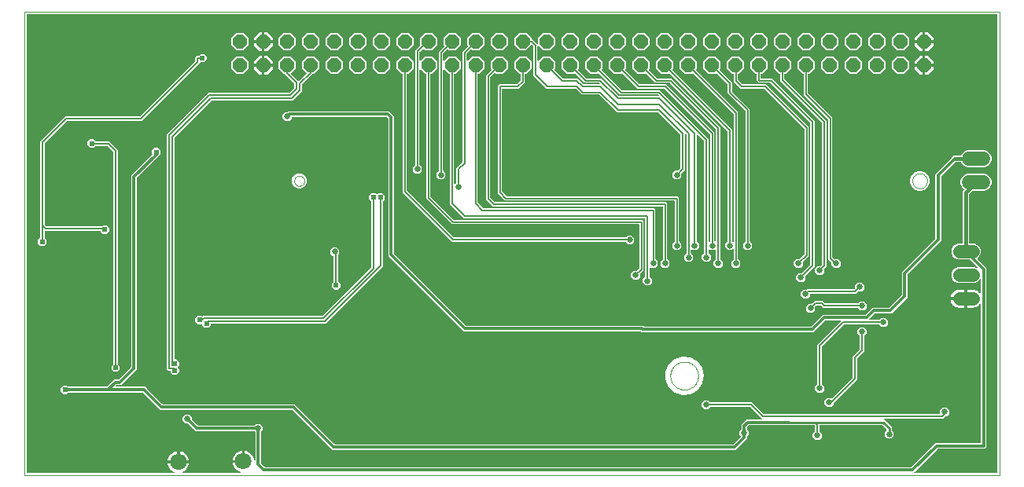
<source format=gbl>
G04 EAGLE Gerber RS-274X export*
G75*
%MOIN*%
%FSLAX34Y34*%
%LPD*%
%INBottom copper*%
%IPPOS*%
%AMOC8*
5,1,8,0,0,1.08239X$1,22.5*%
G01*
%ADD10C,0.000000*%
%ADD11P,0.064943X8X22.500000*%
%ADD12C,0.070866*%
%ADD13C,0.056000*%
%ADD14C,0.060000*%
%ADD15C,0.025780*%
%ADD16C,0.010000*%
%ADD17C,0.007000*%
%ADD18C,0.024000*%
%ADD19C,0.012000*%
%ADD20C,0.006000*%
%ADD21C,0.012000*%
%ADD22C,0.016000*%
%ADD23C,0.008000*%
%ADD24C,0.007874*%
%ADD25C,0.006000*%

G36*
X420Y101D02*
X420Y101D01*
X423Y101D01*
X425Y102D01*
X427Y102D01*
X430Y104D01*
X432Y105D01*
X434Y106D01*
X436Y107D01*
X438Y109D01*
X440Y111D01*
X441Y112D01*
X442Y114D01*
X443Y116D01*
X445Y119D01*
X445Y121D01*
X446Y123D01*
X446Y125D01*
X447Y128D01*
X447Y130D01*
X447Y132D01*
X446Y135D01*
X446Y137D01*
X445Y139D01*
X445Y141D01*
X443Y144D01*
X442Y146D01*
X441Y148D01*
X440Y149D01*
X438Y151D01*
X436Y153D01*
X433Y155D01*
X432Y155D01*
X432Y156D01*
X431Y156D01*
X381Y181D01*
X324Y223D01*
X273Y274D01*
X231Y332D01*
X198Y396D01*
X176Y464D01*
X169Y511D01*
X590Y511D01*
X591Y511D01*
X592Y511D01*
X596Y512D01*
X599Y513D01*
X600Y513D01*
X601Y514D01*
X605Y516D01*
X608Y517D01*
X609Y518D01*
X609Y519D01*
X612Y522D01*
X614Y524D01*
X615Y525D01*
X615Y526D01*
X617Y530D01*
X618Y533D01*
X618Y534D01*
X619Y535D01*
X619Y541D01*
X619Y571D01*
X621Y571D01*
X621Y541D01*
X621Y540D01*
X621Y538D01*
X622Y535D01*
X622Y531D01*
X623Y530D01*
X623Y529D01*
X625Y526D01*
X627Y523D01*
X628Y522D01*
X628Y521D01*
X631Y519D01*
X634Y516D01*
X635Y516D01*
X636Y515D01*
X639Y514D01*
X643Y512D01*
X644Y512D01*
X645Y512D01*
X650Y511D01*
X1071Y511D01*
X1064Y464D01*
X1042Y396D01*
X1009Y332D01*
X967Y274D01*
X916Y223D01*
X859Y181D01*
X809Y156D01*
X807Y154D01*
X804Y153D01*
X803Y152D01*
X801Y150D01*
X800Y148D01*
X798Y146D01*
X797Y144D01*
X796Y143D01*
X795Y140D01*
X794Y137D01*
X794Y135D01*
X793Y133D01*
X793Y131D01*
X793Y128D01*
X794Y126D01*
X794Y124D01*
X795Y121D01*
X795Y119D01*
X796Y117D01*
X797Y115D01*
X799Y113D01*
X800Y111D01*
X802Y109D01*
X803Y108D01*
X806Y106D01*
X808Y105D01*
X810Y104D01*
X812Y103D01*
X814Y102D01*
X817Y101D01*
X820Y101D01*
X821Y101D01*
X822Y101D01*
X3220Y101D01*
X3221Y101D01*
X3225Y102D01*
X3230Y102D01*
X3234Y105D01*
X3238Y107D01*
X3241Y110D01*
X3244Y114D01*
X3245Y114D01*
X3247Y118D01*
X3248Y123D01*
X3249Y123D01*
X3249Y128D01*
X3249Y132D01*
X3249Y133D01*
X3248Y137D01*
X3247Y141D01*
X3247Y142D01*
X3244Y146D01*
X3242Y149D01*
X3242Y150D01*
X3238Y153D01*
X3234Y155D01*
X3234Y156D01*
X3229Y158D01*
X3195Y169D01*
X3131Y201D01*
X3074Y243D01*
X3023Y294D01*
X2981Y352D01*
X2948Y416D01*
X2926Y484D01*
X2919Y531D01*
X3340Y531D01*
X3341Y531D01*
X3342Y531D01*
X3346Y532D01*
X3349Y533D01*
X3350Y533D01*
X3351Y534D01*
X3355Y536D01*
X3358Y537D01*
X3359Y538D01*
X3359Y539D01*
X3362Y542D01*
X3364Y544D01*
X3365Y545D01*
X3365Y546D01*
X3367Y550D01*
X3368Y553D01*
X3368Y554D01*
X3369Y555D01*
X3369Y561D01*
X3369Y591D01*
X3400Y591D01*
X3401Y591D01*
X3402Y591D01*
X3406Y592D01*
X3409Y593D01*
X3410Y593D01*
X3411Y594D01*
X3415Y596D01*
X3418Y597D01*
X3419Y598D01*
X3419Y599D01*
X3422Y602D01*
X3424Y604D01*
X3425Y605D01*
X3425Y606D01*
X3427Y610D01*
X3428Y613D01*
X3428Y614D01*
X3429Y615D01*
X3429Y621D01*
X3429Y1042D01*
X3477Y1034D01*
X3545Y1012D01*
X3609Y980D01*
X3666Y938D01*
X3717Y887D01*
X3759Y829D01*
X3792Y765D01*
X3814Y697D01*
X3821Y651D01*
X3822Y649D01*
X3822Y647D01*
X3823Y645D01*
X3823Y644D01*
X3824Y642D01*
X3826Y640D01*
X3827Y638D01*
X3829Y637D01*
X3830Y635D01*
X3832Y633D01*
X3834Y632D01*
X3836Y631D01*
X3838Y629D01*
X3840Y629D01*
X3843Y628D01*
X3845Y627D01*
X3847Y627D01*
X3850Y627D01*
X3852Y627D01*
X3854Y627D01*
X3857Y628D01*
X3859Y628D01*
X3861Y629D01*
X3863Y630D01*
X3865Y631D01*
X3867Y633D01*
X3869Y634D01*
X3871Y636D01*
X3873Y637D01*
X3874Y640D01*
X3875Y642D01*
X3876Y644D01*
X3877Y646D01*
X3878Y648D01*
X3878Y649D01*
X3879Y651D01*
X3879Y655D01*
X3879Y656D01*
X3879Y1840D01*
X3879Y1844D01*
X3878Y1848D01*
X3878Y1849D01*
X3878Y1850D01*
X3876Y1853D01*
X3874Y1857D01*
X3873Y1858D01*
X3873Y1859D01*
X3871Y1861D01*
X3861Y1871D01*
X3858Y1873D01*
X3855Y1875D01*
X3854Y1876D01*
X3853Y1876D01*
X3850Y1877D01*
X3846Y1879D01*
X3845Y1879D01*
X3844Y1879D01*
X3843Y1879D01*
X3840Y1879D01*
X1350Y1879D01*
X1027Y2202D01*
X1024Y2204D01*
X1021Y2207D01*
X1020Y2207D01*
X1016Y2208D01*
X1012Y2210D01*
X1011Y2210D01*
X1010Y2210D01*
X1007Y2210D01*
X921Y2210D01*
X810Y2321D01*
X810Y2479D01*
X921Y2590D01*
X1079Y2590D01*
X1190Y2479D01*
X1190Y2393D01*
X1190Y2389D01*
X1191Y2385D01*
X1191Y2384D01*
X1193Y2380D01*
X1195Y2377D01*
X1195Y2376D01*
X1196Y2375D01*
X1198Y2373D01*
X1441Y2129D01*
X1445Y2127D01*
X1448Y2125D01*
X1449Y2124D01*
X1453Y2123D01*
X1457Y2121D01*
X1458Y2121D01*
X1459Y2121D01*
X1462Y2121D01*
X3840Y2121D01*
X3844Y2121D01*
X3848Y2122D01*
X3849Y2122D01*
X3850Y2122D01*
X3853Y2124D01*
X3857Y2126D01*
X3858Y2127D01*
X3859Y2127D01*
X3861Y2129D01*
X3921Y2190D01*
X4079Y2190D01*
X4190Y2079D01*
X4190Y1921D01*
X4129Y1861D01*
X4127Y1858D01*
X4125Y1855D01*
X4124Y1854D01*
X4124Y1853D01*
X4123Y1850D01*
X4121Y1846D01*
X4121Y1845D01*
X4121Y1844D01*
X4121Y1843D01*
X4121Y1840D01*
X4121Y528D01*
X4121Y524D01*
X4122Y520D01*
X4122Y519D01*
X4124Y515D01*
X4126Y512D01*
X4127Y511D01*
X4127Y510D01*
X4129Y508D01*
X4274Y363D01*
X4278Y360D01*
X4281Y358D01*
X4282Y357D01*
X4286Y356D01*
X4290Y355D01*
X4291Y354D01*
X4292Y354D01*
X4295Y354D01*
X31668Y354D01*
X31672Y355D01*
X31676Y355D01*
X31677Y355D01*
X31677Y356D01*
X31681Y358D01*
X31685Y359D01*
X31685Y360D01*
X31686Y360D01*
X31686Y361D01*
X31689Y363D01*
X32697Y1371D01*
X34600Y1371D01*
X34601Y1371D01*
X34602Y1371D01*
X34606Y1372D01*
X34609Y1372D01*
X34610Y1373D01*
X34611Y1373D01*
X34615Y1375D01*
X34618Y1377D01*
X34619Y1378D01*
X34622Y1381D01*
X34624Y1384D01*
X34625Y1385D01*
X34625Y1386D01*
X34627Y1389D01*
X34628Y1393D01*
X34628Y1394D01*
X34629Y1395D01*
X34629Y1400D01*
X34629Y7243D01*
X34629Y7244D01*
X34628Y7248D01*
X34628Y7252D01*
X34627Y7253D01*
X34625Y7257D01*
X34623Y7261D01*
X34619Y7264D01*
X34616Y7267D01*
X34615Y7268D01*
X34611Y7269D01*
X34607Y7271D01*
X34602Y7272D01*
X34598Y7272D01*
X34597Y7272D01*
X34593Y7271D01*
X34589Y7270D01*
X34588Y7270D01*
X34584Y7267D01*
X34581Y7265D01*
X34580Y7264D01*
X34576Y7260D01*
X34570Y7252D01*
X34528Y7210D01*
X34480Y7174D01*
X34426Y7147D01*
X34369Y7129D01*
X34310Y7119D01*
X34059Y7119D01*
X34059Y7470D01*
X34059Y7471D01*
X34059Y7472D01*
X34058Y7476D01*
X34058Y7479D01*
X34057Y7480D01*
X34057Y7481D01*
X34055Y7485D01*
X34053Y7488D01*
X34052Y7489D01*
X34049Y7492D01*
X34046Y7494D01*
X34045Y7495D01*
X34044Y7495D01*
X34041Y7497D01*
X34037Y7498D01*
X34036Y7498D01*
X34035Y7499D01*
X34030Y7499D01*
X33999Y7499D01*
X33999Y7501D01*
X34030Y7501D01*
X34031Y7501D01*
X34032Y7501D01*
X34036Y7502D01*
X34039Y7502D01*
X34040Y7503D01*
X34041Y7503D01*
X34045Y7505D01*
X34048Y7507D01*
X34049Y7508D01*
X34052Y7511D01*
X34054Y7514D01*
X34055Y7515D01*
X34055Y7516D01*
X34057Y7519D01*
X34058Y7523D01*
X34058Y7524D01*
X34059Y7525D01*
X34059Y7530D01*
X34059Y7881D01*
X34310Y7881D01*
X34369Y7871D01*
X34426Y7853D01*
X34480Y7826D01*
X34528Y7790D01*
X34570Y7748D01*
X34576Y7740D01*
X34577Y7740D01*
X34577Y7739D01*
X34580Y7736D01*
X34583Y7733D01*
X34584Y7733D01*
X34588Y7731D01*
X34592Y7729D01*
X34593Y7729D01*
X34597Y7728D01*
X34601Y7728D01*
X34602Y7728D01*
X34606Y7729D01*
X34611Y7730D01*
X34615Y7732D01*
X34619Y7735D01*
X34622Y7739D01*
X34625Y7742D01*
X34625Y7743D01*
X34627Y7747D01*
X34629Y7751D01*
X34629Y7752D01*
X34629Y7757D01*
X34629Y8306D01*
X34629Y8310D01*
X34628Y8313D01*
X34628Y8314D01*
X34628Y8315D01*
X34626Y8319D01*
X34624Y8322D01*
X34624Y8323D01*
X34623Y8324D01*
X34620Y8326D01*
X34618Y8329D01*
X34617Y8329D01*
X34616Y8330D01*
X34613Y8332D01*
X34609Y8333D01*
X34608Y8334D01*
X34607Y8334D01*
X34604Y8334D01*
X34600Y8335D01*
X34599Y8335D01*
X34598Y8335D01*
X34594Y8334D01*
X34590Y8333D01*
X34589Y8333D01*
X34585Y8331D01*
X34582Y8329D01*
X34581Y8328D01*
X34578Y8325D01*
X34575Y8322D01*
X34575Y8321D01*
X34575Y8320D01*
X34574Y8319D01*
X34573Y8317D01*
X34569Y8307D01*
X34473Y8211D01*
X34348Y8159D01*
X33652Y8159D01*
X33527Y8211D01*
X33431Y8307D01*
X33379Y8432D01*
X33379Y8568D01*
X33431Y8693D01*
X33527Y8789D01*
X33652Y8841D01*
X34348Y8841D01*
X34452Y8798D01*
X34456Y8797D01*
X34460Y8796D01*
X34461Y8796D01*
X34461Y8795D01*
X34465Y8796D01*
X34469Y8796D01*
X34470Y8796D01*
X34471Y8796D01*
X34474Y8798D01*
X34478Y8799D01*
X34479Y8800D01*
X34480Y8800D01*
X34482Y8803D01*
X34485Y8805D01*
X34486Y8806D01*
X34487Y8807D01*
X34488Y8810D01*
X34490Y8814D01*
X34491Y8814D01*
X34491Y8815D01*
X34492Y8819D01*
X34493Y8823D01*
X34492Y8824D01*
X34493Y8825D01*
X34492Y8829D01*
X34491Y8832D01*
X34491Y8833D01*
X34491Y8834D01*
X34489Y8838D01*
X34487Y8841D01*
X34487Y8842D01*
X34486Y8843D01*
X34484Y8845D01*
X34179Y9151D01*
X34175Y9153D01*
X34172Y9155D01*
X34171Y9156D01*
X34167Y9157D01*
X34163Y9159D01*
X34162Y9159D01*
X34161Y9159D01*
X34158Y9159D01*
X33652Y9159D01*
X33527Y9211D01*
X33431Y9307D01*
X33379Y9432D01*
X33379Y9568D01*
X33431Y9693D01*
X33527Y9789D01*
X33652Y9841D01*
X33830Y9841D01*
X33831Y9841D01*
X33832Y9841D01*
X33836Y9842D01*
X33839Y9842D01*
X33840Y9843D01*
X33841Y9843D01*
X33845Y9845D01*
X33848Y9847D01*
X33849Y9848D01*
X33852Y9851D01*
X33854Y9854D01*
X33855Y9855D01*
X33855Y9856D01*
X33857Y9859D01*
X33858Y9863D01*
X33858Y9864D01*
X33859Y9865D01*
X33859Y9870D01*
X33859Y12060D01*
X33905Y12106D01*
X33905Y12107D01*
X33906Y12107D01*
X33908Y12111D01*
X33910Y12114D01*
X33910Y12115D01*
X33911Y12115D01*
X33912Y12119D01*
X33913Y12123D01*
X33913Y12124D01*
X33913Y12125D01*
X33913Y12129D01*
X33913Y12132D01*
X33912Y12133D01*
X33912Y12134D01*
X33911Y12138D01*
X33909Y12141D01*
X33908Y12142D01*
X33908Y12143D01*
X33905Y12147D01*
X33824Y12228D01*
X33769Y12360D01*
X33769Y12504D01*
X33824Y12636D01*
X33926Y12738D01*
X34058Y12793D01*
X34802Y12793D01*
X34934Y12738D01*
X35036Y12636D01*
X35091Y12504D01*
X35091Y12360D01*
X35036Y12228D01*
X34934Y12126D01*
X34802Y12071D01*
X34280Y12071D01*
X34276Y12071D01*
X34272Y12070D01*
X34271Y12070D01*
X34267Y12068D01*
X34264Y12066D01*
X34263Y12065D01*
X34262Y12065D01*
X34260Y12063D01*
X34149Y11952D01*
X34147Y11949D01*
X34145Y11946D01*
X34144Y11945D01*
X34143Y11941D01*
X34141Y11937D01*
X34141Y11936D01*
X34141Y11935D01*
X34141Y11932D01*
X34141Y9870D01*
X34141Y9869D01*
X34141Y9868D01*
X34142Y9864D01*
X34142Y9861D01*
X34143Y9860D01*
X34143Y9859D01*
X34145Y9855D01*
X34147Y9852D01*
X34148Y9851D01*
X34151Y9848D01*
X34154Y9846D01*
X34155Y9845D01*
X34156Y9845D01*
X34159Y9843D01*
X34163Y9842D01*
X34164Y9842D01*
X34165Y9841D01*
X34170Y9841D01*
X34348Y9841D01*
X34473Y9789D01*
X34569Y9693D01*
X34621Y9568D01*
X34621Y9432D01*
X34569Y9307D01*
X34487Y9225D01*
X34486Y9224D01*
X34484Y9220D01*
X34481Y9217D01*
X34481Y9216D01*
X34481Y9215D01*
X34480Y9212D01*
X34479Y9208D01*
X34479Y9207D01*
X34478Y9206D01*
X34479Y9202D01*
X34479Y9199D01*
X34479Y9198D01*
X34480Y9197D01*
X34481Y9193D01*
X34482Y9190D01*
X34483Y9189D01*
X34484Y9188D01*
X34487Y9184D01*
X34871Y8800D01*
X34871Y1200D01*
X34800Y1129D01*
X32809Y1129D01*
X32805Y1129D01*
X32801Y1128D01*
X32800Y1128D01*
X32796Y1126D01*
X32792Y1124D01*
X32792Y1123D01*
X32791Y1123D01*
X32788Y1121D01*
X31818Y151D01*
X31817Y148D01*
X31815Y146D01*
X31814Y144D01*
X31813Y143D01*
X31812Y140D01*
X31811Y137D01*
X31811Y136D01*
X31810Y134D01*
X31810Y131D01*
X31810Y128D01*
X31810Y126D01*
X31810Y124D01*
X31811Y121D01*
X31812Y119D01*
X31813Y117D01*
X31814Y115D01*
X31816Y113D01*
X31817Y111D01*
X31819Y109D01*
X31820Y108D01*
X31822Y106D01*
X31825Y105D01*
X31826Y104D01*
X31828Y103D01*
X31831Y102D01*
X31834Y101D01*
X31837Y101D01*
X31838Y101D01*
X31839Y101D01*
X35303Y101D01*
X35304Y101D01*
X35305Y101D01*
X35309Y102D01*
X35313Y102D01*
X35313Y103D01*
X35314Y103D01*
X35318Y105D01*
X35321Y107D01*
X35322Y108D01*
X35323Y108D01*
X35325Y111D01*
X35327Y114D01*
X35328Y115D01*
X35329Y116D01*
X35330Y119D01*
X35331Y123D01*
X35331Y124D01*
X35332Y125D01*
X35332Y130D01*
X35332Y19555D01*
X35332Y19556D01*
X35332Y19557D01*
X35331Y19561D01*
X35331Y19564D01*
X35330Y19565D01*
X35330Y19566D01*
X35328Y19570D01*
X35326Y19573D01*
X35325Y19574D01*
X35325Y19575D01*
X35322Y19577D01*
X35319Y19579D01*
X35318Y19580D01*
X35317Y19581D01*
X35314Y19582D01*
X35310Y19583D01*
X35309Y19583D01*
X35308Y19584D01*
X35303Y19584D01*
X-5776Y19584D01*
X-5777Y19584D01*
X-5778Y19584D01*
X-5781Y19583D01*
X-5785Y19583D01*
X-5786Y19582D01*
X-5787Y19582D01*
X-5790Y19580D01*
X-5793Y19578D01*
X-5794Y19577D01*
X-5795Y19577D01*
X-5797Y19574D01*
X-5800Y19571D01*
X-5800Y19570D01*
X-5801Y19569D01*
X-5802Y19566D01*
X-5804Y19562D01*
X-5804Y19561D01*
X-5804Y19560D01*
X-5805Y19555D01*
X-5805Y130D01*
X-5805Y129D01*
X-5805Y128D01*
X-5804Y124D01*
X-5803Y121D01*
X-5803Y120D01*
X-5802Y119D01*
X-5800Y115D01*
X-5799Y112D01*
X-5798Y111D01*
X-5797Y111D01*
X-5794Y108D01*
X-5792Y106D01*
X-5791Y105D01*
X-5790Y105D01*
X-5786Y103D01*
X-5783Y102D01*
X-5782Y102D01*
X-5781Y101D01*
X-5776Y101D01*
X418Y101D01*
X420Y101D01*
G37*
%LPC*%
G36*
X23421Y8810D02*
X23421Y8810D01*
X23310Y8921D01*
X23310Y9079D01*
X23401Y9169D01*
X23403Y9172D01*
X23405Y9175D01*
X23406Y9176D01*
X23406Y9177D01*
X23407Y9180D01*
X23409Y9184D01*
X23409Y9185D01*
X23409Y9186D01*
X23409Y9187D01*
X23409Y9190D01*
X23409Y9570D01*
X23409Y9573D01*
X23409Y9576D01*
X23408Y9578D01*
X23408Y9580D01*
X23406Y9582D01*
X23405Y9585D01*
X23404Y9587D01*
X23403Y9588D01*
X23401Y9590D01*
X23399Y9593D01*
X23398Y9594D01*
X23396Y9595D01*
X23393Y9596D01*
X23391Y9598D01*
X23389Y9598D01*
X23387Y9599D01*
X23385Y9599D01*
X23382Y9600D01*
X23380Y9599D01*
X23378Y9600D01*
X23375Y9599D01*
X23372Y9599D01*
X23370Y9598D01*
X23369Y9597D01*
X23366Y9596D01*
X23363Y9595D01*
X23361Y9593D01*
X23361Y9592D01*
X23360Y9592D01*
X23359Y9591D01*
X23329Y9560D01*
X23171Y9560D01*
X23141Y9591D01*
X23138Y9593D01*
X23136Y9595D01*
X23134Y9596D01*
X23133Y9597D01*
X23130Y9598D01*
X23127Y9599D01*
X23126Y9599D01*
X23124Y9599D01*
X23121Y9599D01*
X23118Y9600D01*
X23116Y9599D01*
X23114Y9599D01*
X23111Y9598D01*
X23109Y9597D01*
X23107Y9596D01*
X23105Y9596D01*
X23103Y9594D01*
X23101Y9592D01*
X23099Y9591D01*
X23098Y9590D01*
X23096Y9587D01*
X23095Y9585D01*
X23094Y9583D01*
X23093Y9581D01*
X23092Y9579D01*
X23091Y9576D01*
X23091Y9573D01*
X23091Y9572D01*
X23091Y9570D01*
X23091Y9440D01*
X23091Y9436D01*
X23092Y9432D01*
X23092Y9431D01*
X23092Y9430D01*
X23094Y9427D01*
X23096Y9423D01*
X23097Y9422D01*
X23097Y9421D01*
X23099Y9419D01*
X23190Y9329D01*
X23190Y9171D01*
X23079Y9060D01*
X22921Y9060D01*
X22810Y9171D01*
X22810Y9329D01*
X22901Y9419D01*
X22903Y9422D01*
X22905Y9425D01*
X22906Y9426D01*
X22906Y9427D01*
X22907Y9430D01*
X22909Y9434D01*
X22909Y9435D01*
X22909Y9436D01*
X22909Y9437D01*
X22909Y9440D01*
X22909Y14200D01*
X22909Y14201D01*
X22909Y14202D01*
X22909Y14204D01*
X22908Y14208D01*
X22908Y14209D01*
X22908Y14210D01*
X22906Y14213D01*
X22904Y14217D01*
X22903Y14218D01*
X22903Y14219D01*
X22901Y14221D01*
X22641Y14481D01*
X22638Y14483D01*
X22636Y14485D01*
X22634Y14485D01*
X22633Y14487D01*
X22630Y14487D01*
X22627Y14489D01*
X22626Y14489D01*
X22624Y14489D01*
X22621Y14489D01*
X22618Y14489D01*
X22616Y14489D01*
X22614Y14489D01*
X22611Y14488D01*
X22609Y14487D01*
X22607Y14486D01*
X22605Y14486D01*
X22603Y14484D01*
X22601Y14482D01*
X22599Y14481D01*
X22598Y14479D01*
X22596Y14477D01*
X22595Y14475D01*
X22594Y14473D01*
X22593Y14471D01*
X22592Y14468D01*
X22591Y14466D01*
X22591Y14463D01*
X22591Y14462D01*
X22591Y14461D01*
X22591Y14460D01*
X22591Y9940D01*
X22591Y9936D01*
X22592Y9932D01*
X22592Y9931D01*
X22592Y9930D01*
X22594Y9927D01*
X22596Y9923D01*
X22597Y9922D01*
X22597Y9921D01*
X22599Y9919D01*
X22690Y9829D01*
X22690Y9671D01*
X22579Y9560D01*
X22421Y9560D01*
X22391Y9591D01*
X22388Y9593D01*
X22386Y9595D01*
X22384Y9596D01*
X22383Y9597D01*
X22380Y9598D01*
X22377Y9599D01*
X22376Y9599D01*
X22374Y9599D01*
X22371Y9599D01*
X22368Y9600D01*
X22366Y9599D01*
X22364Y9599D01*
X22361Y9598D01*
X22359Y9597D01*
X22357Y9596D01*
X22355Y9596D01*
X22353Y9594D01*
X22351Y9592D01*
X22349Y9591D01*
X22348Y9590D01*
X22346Y9587D01*
X22345Y9585D01*
X22344Y9583D01*
X22343Y9581D01*
X22342Y9579D01*
X22341Y9576D01*
X22341Y9573D01*
X22341Y9572D01*
X22341Y9570D01*
X22341Y9440D01*
X22341Y9436D01*
X22342Y9432D01*
X22342Y9431D01*
X22342Y9430D01*
X22344Y9427D01*
X22346Y9423D01*
X22347Y9422D01*
X22347Y9421D01*
X22349Y9419D01*
X22440Y9329D01*
X22440Y9171D01*
X22329Y9060D01*
X22171Y9060D01*
X22060Y9171D01*
X22060Y9329D01*
X22151Y9419D01*
X22153Y9422D01*
X22155Y9425D01*
X22156Y9426D01*
X22156Y9427D01*
X22157Y9430D01*
X22159Y9434D01*
X22159Y9435D01*
X22159Y9436D01*
X22159Y9437D01*
X22159Y9440D01*
X22159Y14450D01*
X22159Y14454D01*
X22158Y14458D01*
X22158Y14459D01*
X22158Y14460D01*
X22156Y14463D01*
X22154Y14467D01*
X22153Y14468D01*
X22153Y14469D01*
X22151Y14471D01*
X22141Y14481D01*
X22138Y14483D01*
X22136Y14485D01*
X22134Y14485D01*
X22133Y14487D01*
X22130Y14487D01*
X22127Y14489D01*
X22126Y14489D01*
X22124Y14489D01*
X22121Y14489D01*
X22118Y14489D01*
X22116Y14489D01*
X22114Y14489D01*
X22111Y14488D01*
X22109Y14487D01*
X22107Y14486D01*
X22105Y14486D01*
X22103Y14484D01*
X22101Y14482D01*
X22099Y14481D01*
X22098Y14479D01*
X22096Y14477D01*
X22095Y14475D01*
X22094Y14473D01*
X22093Y14471D01*
X22092Y14468D01*
X22091Y14466D01*
X22091Y14463D01*
X22091Y14462D01*
X22091Y14461D01*
X22091Y14460D01*
X22091Y12962D01*
X21948Y12820D01*
X21946Y12817D01*
X21943Y12814D01*
X21943Y12813D01*
X21943Y12812D01*
X21942Y12808D01*
X21940Y12805D01*
X21940Y12803D01*
X21940Y12802D01*
X21940Y12799D01*
X21940Y12671D01*
X21829Y12560D01*
X21671Y12560D01*
X21560Y12671D01*
X21560Y12829D01*
X21671Y12940D01*
X21799Y12940D01*
X21803Y12940D01*
X21807Y12941D01*
X21808Y12941D01*
X21809Y12941D01*
X21812Y12943D01*
X21816Y12945D01*
X21817Y12945D01*
X21817Y12946D01*
X21818Y12946D01*
X21820Y12948D01*
X21901Y13029D01*
X21903Y13032D01*
X21905Y13035D01*
X21906Y13036D01*
X21906Y13037D01*
X21907Y13041D01*
X21909Y13044D01*
X21909Y13045D01*
X21909Y13046D01*
X21909Y13047D01*
X21909Y13050D01*
X21909Y14450D01*
X21909Y14454D01*
X21908Y14458D01*
X21908Y14459D01*
X21908Y14460D01*
X21906Y14463D01*
X21904Y14467D01*
X21903Y14468D01*
X21903Y14469D01*
X21901Y14471D01*
X20971Y15401D01*
X20968Y15403D01*
X20965Y15405D01*
X20964Y15406D01*
X20963Y15406D01*
X20959Y15407D01*
X20956Y15409D01*
X20955Y15409D01*
X20954Y15409D01*
X20953Y15409D01*
X20950Y15409D01*
X19212Y15409D01*
X18471Y16151D01*
X18468Y16153D01*
X18465Y16155D01*
X18464Y16156D01*
X18463Y16156D01*
X18459Y16157D01*
X18456Y16159D01*
X18455Y16159D01*
X18454Y16159D01*
X18453Y16159D01*
X18450Y16159D01*
X17712Y16159D01*
X17471Y16401D01*
X17468Y16403D01*
X17465Y16405D01*
X17464Y16406D01*
X17463Y16406D01*
X17459Y16407D01*
X17456Y16409D01*
X17455Y16409D01*
X17454Y16409D01*
X17453Y16409D01*
X17450Y16409D01*
X16212Y16409D01*
X16151Y16471D01*
X15721Y16901D01*
X15659Y16962D01*
X15659Y18200D01*
X15659Y18204D01*
X15658Y18208D01*
X15658Y18209D01*
X15658Y18210D01*
X15656Y18213D01*
X15654Y18217D01*
X15653Y18218D01*
X15653Y18219D01*
X15651Y18221D01*
X15613Y18258D01*
X15612Y18259D01*
X15612Y18260D01*
X15608Y18262D01*
X15605Y18264D01*
X15604Y18264D01*
X15603Y18265D01*
X15600Y18266D01*
X15596Y18267D01*
X15595Y18267D01*
X15594Y18267D01*
X15590Y18267D01*
X15587Y18266D01*
X15586Y18266D01*
X15585Y18266D01*
X15581Y18264D01*
X15578Y18263D01*
X15577Y18262D01*
X15576Y18262D01*
X15572Y18258D01*
X15366Y18053D01*
X15067Y18053D01*
X14856Y18264D01*
X14856Y18563D01*
X15067Y18774D01*
X15366Y18774D01*
X15577Y18563D01*
X15577Y18533D01*
X15577Y18532D01*
X15577Y18531D01*
X15578Y18528D01*
X15579Y18524D01*
X15579Y18523D01*
X15580Y18522D01*
X15582Y18519D01*
X15583Y18516D01*
X15584Y18515D01*
X15585Y18514D01*
X15588Y18512D01*
X15590Y18509D01*
X15591Y18509D01*
X15592Y18508D01*
X15596Y18507D01*
X15599Y18505D01*
X15600Y18505D01*
X15601Y18505D01*
X15607Y18504D01*
X15624Y18504D01*
X15779Y18349D01*
X15806Y18322D01*
X15808Y18321D01*
X15810Y18319D01*
X15812Y18318D01*
X15814Y18317D01*
X15816Y18316D01*
X15819Y18315D01*
X15821Y18315D01*
X15823Y18314D01*
X15826Y18314D01*
X15829Y18314D01*
X15830Y18314D01*
X15832Y18315D01*
X15835Y18316D01*
X15838Y18316D01*
X15840Y18317D01*
X15841Y18318D01*
X15844Y18320D01*
X15846Y18321D01*
X15847Y18323D01*
X15849Y18324D01*
X15850Y18327D01*
X15852Y18329D01*
X15853Y18331D01*
X15854Y18332D01*
X15854Y18335D01*
X15855Y18338D01*
X15856Y18341D01*
X15856Y18342D01*
X15856Y18343D01*
X15856Y18563D01*
X16067Y18774D01*
X16366Y18774D01*
X16577Y18563D01*
X16577Y18264D01*
X16366Y18053D01*
X16067Y18053D01*
X15891Y18229D01*
X15888Y18231D01*
X15886Y18233D01*
X15884Y18234D01*
X15883Y18235D01*
X15880Y18235D01*
X15877Y18237D01*
X15876Y18237D01*
X15874Y18237D01*
X15871Y18237D01*
X15868Y18238D01*
X15866Y18237D01*
X15864Y18237D01*
X15861Y18236D01*
X15859Y18235D01*
X15857Y18234D01*
X15855Y18234D01*
X15853Y18232D01*
X15851Y18230D01*
X15849Y18229D01*
X15848Y18228D01*
X15846Y18225D01*
X15845Y18223D01*
X15844Y18221D01*
X15843Y18219D01*
X15842Y18217D01*
X15841Y18214D01*
X15841Y18211D01*
X15841Y18210D01*
X15841Y18208D01*
X15841Y17618D01*
X15841Y17616D01*
X15841Y17613D01*
X15842Y17611D01*
X15842Y17609D01*
X15844Y17606D01*
X15845Y17604D01*
X15846Y17602D01*
X15847Y17601D01*
X15849Y17599D01*
X15851Y17596D01*
X15852Y17595D01*
X15854Y17594D01*
X15857Y17593D01*
X15859Y17591D01*
X15861Y17591D01*
X15863Y17590D01*
X15865Y17590D01*
X15868Y17589D01*
X15870Y17589D01*
X15872Y17589D01*
X15875Y17590D01*
X15878Y17590D01*
X15880Y17591D01*
X15881Y17591D01*
X15884Y17593D01*
X15887Y17594D01*
X15889Y17596D01*
X15889Y17597D01*
X15890Y17597D01*
X15891Y17598D01*
X16067Y17774D01*
X16366Y17774D01*
X16577Y17563D01*
X16577Y17264D01*
X16556Y17243D01*
X16556Y17242D01*
X16555Y17242D01*
X16553Y17238D01*
X16551Y17235D01*
X16551Y17234D01*
X16550Y17233D01*
X16549Y17230D01*
X16548Y17226D01*
X16548Y17225D01*
X16548Y17224D01*
X16548Y17220D01*
X16548Y17217D01*
X16549Y17216D01*
X16549Y17215D01*
X16551Y17211D01*
X16552Y17208D01*
X16553Y17207D01*
X16553Y17206D01*
X16556Y17202D01*
X16909Y16849D01*
X16912Y16847D01*
X16915Y16845D01*
X16916Y16844D01*
X16917Y16844D01*
X16921Y16843D01*
X16924Y16841D01*
X16925Y16841D01*
X16926Y16841D01*
X16927Y16841D01*
X16930Y16841D01*
X17538Y16841D01*
X17779Y16599D01*
X17782Y16597D01*
X17785Y16595D01*
X17786Y16594D01*
X17787Y16594D01*
X17791Y16593D01*
X17794Y16591D01*
X17795Y16591D01*
X17796Y16591D01*
X17797Y16591D01*
X17800Y16591D01*
X18460Y16591D01*
X18463Y16591D01*
X18466Y16591D01*
X18468Y16592D01*
X18470Y16592D01*
X18472Y16594D01*
X18475Y16595D01*
X18476Y16596D01*
X18478Y16597D01*
X18480Y16599D01*
X18482Y16601D01*
X18483Y16602D01*
X18485Y16604D01*
X18486Y16607D01*
X18487Y16609D01*
X18488Y16611D01*
X18489Y16613D01*
X18489Y16615D01*
X18490Y16618D01*
X18489Y16620D01*
X18489Y16622D01*
X18489Y16625D01*
X18488Y16628D01*
X18488Y16630D01*
X18487Y16631D01*
X18486Y16634D01*
X18484Y16637D01*
X18483Y16639D01*
X18482Y16639D01*
X18482Y16640D01*
X18481Y16641D01*
X18471Y16651D01*
X18468Y16653D01*
X18465Y16655D01*
X18464Y16656D01*
X18463Y16656D01*
X18459Y16657D01*
X18456Y16659D01*
X18455Y16659D01*
X18454Y16659D01*
X18453Y16659D01*
X18450Y16659D01*
X17842Y16659D01*
X17781Y16721D01*
X17428Y17073D01*
X17427Y17074D01*
X17427Y17075D01*
X17423Y17077D01*
X17420Y17079D01*
X17419Y17079D01*
X17418Y17080D01*
X17415Y17081D01*
X17411Y17082D01*
X17410Y17082D01*
X17409Y17082D01*
X17405Y17082D01*
X17402Y17081D01*
X17401Y17081D01*
X17400Y17081D01*
X17396Y17079D01*
X17393Y17078D01*
X17392Y17077D01*
X17391Y17077D01*
X17387Y17073D01*
X17366Y17053D01*
X17067Y17053D01*
X16856Y17264D01*
X16856Y17563D01*
X17067Y17774D01*
X17366Y17774D01*
X17577Y17563D01*
X17577Y17264D01*
X17556Y17243D01*
X17556Y17242D01*
X17555Y17242D01*
X17553Y17238D01*
X17551Y17235D01*
X17551Y17234D01*
X17550Y17233D01*
X17549Y17230D01*
X17548Y17226D01*
X17548Y17225D01*
X17548Y17224D01*
X17548Y17220D01*
X17548Y17217D01*
X17549Y17216D01*
X17549Y17215D01*
X17551Y17211D01*
X17552Y17208D01*
X17553Y17207D01*
X17553Y17206D01*
X17556Y17202D01*
X17909Y16849D01*
X17912Y16847D01*
X17915Y16845D01*
X17916Y16844D01*
X17917Y16844D01*
X17921Y16843D01*
X17924Y16841D01*
X17925Y16841D01*
X17926Y16841D01*
X17927Y16841D01*
X17930Y16841D01*
X18538Y16841D01*
X19279Y16099D01*
X19282Y16097D01*
X19285Y16095D01*
X19286Y16094D01*
X19287Y16094D01*
X19291Y16093D01*
X19294Y16091D01*
X19295Y16091D01*
X19296Y16091D01*
X19297Y16091D01*
X19300Y16091D01*
X20960Y16091D01*
X20963Y16091D01*
X20966Y16091D01*
X20968Y16092D01*
X20970Y16092D01*
X20972Y16094D01*
X20975Y16095D01*
X20976Y16096D01*
X20978Y16097D01*
X20980Y16099D01*
X20982Y16101D01*
X20983Y16102D01*
X20985Y16104D01*
X20986Y16107D01*
X20987Y16109D01*
X20988Y16111D01*
X20989Y16113D01*
X20989Y16115D01*
X20990Y16118D01*
X20989Y16120D01*
X20989Y16122D01*
X20989Y16125D01*
X20988Y16128D01*
X20988Y16130D01*
X20987Y16131D01*
X20986Y16134D01*
X20984Y16137D01*
X20983Y16139D01*
X20982Y16139D01*
X20982Y16140D01*
X20981Y16141D01*
X20971Y16151D01*
X20968Y16153D01*
X20965Y16155D01*
X20964Y16156D01*
X20963Y16156D01*
X20959Y16157D01*
X20956Y16159D01*
X20955Y16159D01*
X20954Y16159D01*
X20953Y16159D01*
X20950Y16159D01*
X19342Y16159D01*
X19281Y16221D01*
X18428Y17073D01*
X18427Y17074D01*
X18427Y17075D01*
X18423Y17077D01*
X18420Y17079D01*
X18419Y17079D01*
X18418Y17080D01*
X18415Y17081D01*
X18411Y17082D01*
X18410Y17082D01*
X18409Y17082D01*
X18405Y17082D01*
X18402Y17081D01*
X18401Y17081D01*
X18400Y17081D01*
X18396Y17079D01*
X18393Y17078D01*
X18392Y17077D01*
X18391Y17077D01*
X18387Y17073D01*
X18366Y17053D01*
X18067Y17053D01*
X17856Y17264D01*
X17856Y17563D01*
X18067Y17774D01*
X18366Y17774D01*
X18577Y17563D01*
X18577Y17264D01*
X18556Y17243D01*
X18556Y17242D01*
X18555Y17242D01*
X18553Y17238D01*
X18551Y17235D01*
X18551Y17234D01*
X18550Y17233D01*
X18549Y17230D01*
X18548Y17226D01*
X18548Y17225D01*
X18548Y17224D01*
X18548Y17220D01*
X18548Y17217D01*
X18549Y17216D01*
X18549Y17215D01*
X18551Y17211D01*
X18552Y17208D01*
X18553Y17207D01*
X18553Y17206D01*
X18556Y17202D01*
X19409Y16349D01*
X19412Y16347D01*
X19415Y16345D01*
X19416Y16344D01*
X19417Y16344D01*
X19421Y16343D01*
X19424Y16341D01*
X19425Y16341D01*
X19426Y16341D01*
X19427Y16341D01*
X19430Y16341D01*
X21038Y16341D01*
X23091Y14288D01*
X23091Y9930D01*
X23091Y9927D01*
X23091Y9924D01*
X23092Y9922D01*
X23092Y9920D01*
X23094Y9918D01*
X23095Y9915D01*
X23096Y9913D01*
X23097Y9912D01*
X23099Y9910D01*
X23101Y9907D01*
X23102Y9906D01*
X23104Y9905D01*
X23107Y9904D01*
X23109Y9902D01*
X23111Y9902D01*
X23113Y9901D01*
X23115Y9901D01*
X23118Y9900D01*
X23120Y9901D01*
X23122Y9900D01*
X23125Y9901D01*
X23128Y9901D01*
X23130Y9902D01*
X23131Y9903D01*
X23134Y9904D01*
X23137Y9905D01*
X23139Y9907D01*
X23139Y9908D01*
X23140Y9908D01*
X23141Y9909D01*
X23151Y9919D01*
X23153Y9922D01*
X23155Y9925D01*
X23156Y9926D01*
X23156Y9927D01*
X23157Y9930D01*
X23159Y9934D01*
X23159Y9935D01*
X23159Y9936D01*
X23159Y9937D01*
X23159Y9940D01*
X23159Y14450D01*
X23159Y14454D01*
X23158Y14458D01*
X23158Y14459D01*
X23158Y14460D01*
X23156Y14463D01*
X23154Y14467D01*
X23153Y14468D01*
X23153Y14469D01*
X23151Y14471D01*
X21221Y16401D01*
X21218Y16403D01*
X21215Y16405D01*
X21214Y16406D01*
X21213Y16406D01*
X21209Y16407D01*
X21206Y16409D01*
X21205Y16409D01*
X21204Y16409D01*
X21203Y16409D01*
X21200Y16409D01*
X20092Y16409D01*
X20031Y16471D01*
X19428Y17073D01*
X19427Y17074D01*
X19427Y17075D01*
X19423Y17077D01*
X19420Y17079D01*
X19419Y17079D01*
X19418Y17080D01*
X19415Y17081D01*
X19411Y17082D01*
X19410Y17082D01*
X19409Y17082D01*
X19405Y17082D01*
X19402Y17081D01*
X19401Y17081D01*
X19400Y17081D01*
X19396Y17079D01*
X19393Y17078D01*
X19392Y17077D01*
X19391Y17077D01*
X19387Y17073D01*
X19366Y17053D01*
X19067Y17053D01*
X18856Y17264D01*
X18856Y17563D01*
X19067Y17774D01*
X19366Y17774D01*
X19577Y17563D01*
X19577Y17264D01*
X19556Y17243D01*
X19556Y17242D01*
X19555Y17242D01*
X19553Y17238D01*
X19551Y17235D01*
X19551Y17234D01*
X19550Y17233D01*
X19549Y17230D01*
X19548Y17226D01*
X19548Y17225D01*
X19548Y17224D01*
X19548Y17220D01*
X19548Y17217D01*
X19549Y17216D01*
X19549Y17215D01*
X19551Y17211D01*
X19552Y17208D01*
X19553Y17207D01*
X19553Y17206D01*
X19556Y17202D01*
X20159Y16599D01*
X20162Y16597D01*
X20165Y16595D01*
X20166Y16594D01*
X20167Y16594D01*
X20171Y16593D01*
X20174Y16591D01*
X20175Y16591D01*
X20176Y16591D01*
X20177Y16591D01*
X20180Y16591D01*
X21288Y16591D01*
X23341Y14538D01*
X23341Y9940D01*
X23341Y9936D01*
X23342Y9932D01*
X23342Y9931D01*
X23342Y9930D01*
X23344Y9927D01*
X23346Y9923D01*
X23347Y9922D01*
X23347Y9921D01*
X23349Y9919D01*
X23359Y9909D01*
X23362Y9907D01*
X23364Y9905D01*
X23366Y9904D01*
X23367Y9903D01*
X23370Y9902D01*
X23373Y9901D01*
X23374Y9901D01*
X23376Y9901D01*
X23379Y9901D01*
X23382Y9900D01*
X23384Y9901D01*
X23386Y9901D01*
X23389Y9902D01*
X23391Y9903D01*
X23393Y9904D01*
X23395Y9904D01*
X23397Y9906D01*
X23399Y9908D01*
X23401Y9909D01*
X23402Y9910D01*
X23404Y9913D01*
X23405Y9915D01*
X23406Y9917D01*
X23407Y9919D01*
X23408Y9921D01*
X23409Y9924D01*
X23409Y9927D01*
X23409Y9928D01*
X23409Y9930D01*
X23409Y14700D01*
X23409Y14704D01*
X23408Y14708D01*
X23408Y14709D01*
X23408Y14710D01*
X23406Y14713D01*
X23404Y14717D01*
X23403Y14718D01*
X23403Y14719D01*
X23401Y14721D01*
X21471Y16651D01*
X21468Y16653D01*
X21465Y16655D01*
X21464Y16656D01*
X21463Y16656D01*
X21459Y16657D01*
X21456Y16659D01*
X21455Y16659D01*
X21454Y16659D01*
X21453Y16659D01*
X21450Y16659D01*
X20842Y16659D01*
X20781Y16721D01*
X20428Y17073D01*
X20427Y17074D01*
X20427Y17075D01*
X20423Y17077D01*
X20420Y17079D01*
X20419Y17079D01*
X20418Y17080D01*
X20415Y17081D01*
X20411Y17082D01*
X20410Y17082D01*
X20409Y17082D01*
X20405Y17082D01*
X20402Y17081D01*
X20401Y17081D01*
X20400Y17081D01*
X20396Y17079D01*
X20393Y17078D01*
X20392Y17077D01*
X20391Y17077D01*
X20387Y17073D01*
X20366Y17053D01*
X20067Y17053D01*
X19856Y17264D01*
X19856Y17563D01*
X20067Y17774D01*
X20366Y17774D01*
X20577Y17563D01*
X20577Y17264D01*
X20556Y17243D01*
X20556Y17242D01*
X20555Y17242D01*
X20553Y17238D01*
X20551Y17235D01*
X20551Y17234D01*
X20550Y17233D01*
X20549Y17230D01*
X20548Y17226D01*
X20548Y17225D01*
X20548Y17224D01*
X20548Y17220D01*
X20548Y17217D01*
X20549Y17216D01*
X20549Y17215D01*
X20551Y17211D01*
X20552Y17208D01*
X20553Y17207D01*
X20553Y17206D01*
X20556Y17202D01*
X20909Y16849D01*
X20912Y16847D01*
X20915Y16845D01*
X20916Y16844D01*
X20917Y16844D01*
X20921Y16843D01*
X20924Y16841D01*
X20925Y16841D01*
X20926Y16841D01*
X20927Y16841D01*
X20930Y16841D01*
X21538Y16841D01*
X23591Y14788D01*
X23591Y9190D01*
X23591Y9186D01*
X23592Y9182D01*
X23592Y9181D01*
X23592Y9180D01*
X23594Y9177D01*
X23596Y9173D01*
X23597Y9172D01*
X23597Y9171D01*
X23599Y9169D01*
X23690Y9079D01*
X23690Y8921D01*
X23579Y8810D01*
X23421Y8810D01*
G37*
%LPD*%
%LPC*%
G36*
X7150Y1079D02*
X7150Y1079D01*
X5459Y2771D01*
X5455Y2773D01*
X5452Y2775D01*
X5451Y2776D01*
X5447Y2777D01*
X5443Y2779D01*
X5442Y2779D01*
X5441Y2779D01*
X5438Y2779D01*
X-150Y2779D01*
X-229Y2859D01*
X-879Y3508D01*
X-882Y3511D01*
X-886Y3513D01*
X-886Y3514D01*
X-887Y3514D01*
X-891Y3515D01*
X-895Y3517D01*
X-896Y3517D01*
X-897Y3517D01*
X-900Y3517D01*
X-4038Y3517D01*
X-4042Y3516D01*
X-4046Y3516D01*
X-4047Y3516D01*
X-4047Y3515D01*
X-4051Y3514D01*
X-4055Y3512D01*
X-4055Y3511D01*
X-4056Y3511D01*
X-4056Y3510D01*
X-4059Y3508D01*
X-4110Y3457D01*
X-4260Y3457D01*
X-4366Y3563D01*
X-4366Y3713D01*
X-4260Y3819D01*
X-4110Y3819D01*
X-4059Y3767D01*
X-4056Y3765D01*
X-4052Y3762D01*
X-4051Y3762D01*
X-4047Y3760D01*
X-4043Y3759D01*
X-4042Y3759D01*
X-4041Y3759D01*
X-4038Y3759D01*
X-2424Y3759D01*
X-2420Y3759D01*
X-2416Y3760D01*
X-2415Y3760D01*
X-2411Y3762D01*
X-2408Y3764D01*
X-2407Y3764D01*
X-2406Y3765D01*
X-2404Y3767D01*
X-2101Y4070D01*
X-1924Y4070D01*
X-1920Y4070D01*
X-1916Y4071D01*
X-1915Y4071D01*
X-1911Y4073D01*
X-1908Y4075D01*
X-1907Y4075D01*
X-1906Y4076D01*
X-1904Y4078D01*
X-1393Y4589D01*
X-1391Y4592D01*
X-1388Y4595D01*
X-1388Y4596D01*
X-1386Y4600D01*
X-1385Y4604D01*
X-1385Y4605D01*
X-1385Y4606D01*
X-1385Y4609D01*
X-1385Y12711D01*
X-494Y13602D01*
X-493Y13603D01*
X-492Y13604D01*
X-490Y13607D01*
X-488Y13610D01*
X-488Y13611D01*
X-487Y13612D01*
X-486Y13616D01*
X-485Y13619D01*
X-485Y13620D01*
X-485Y13621D01*
X-486Y13625D01*
X-486Y13629D01*
X-486Y13630D01*
X-486Y13631D01*
X-488Y13634D01*
X-489Y13638D01*
X-490Y13638D01*
X-490Y13639D01*
X-494Y13644D01*
X-496Y13646D01*
X-496Y13795D01*
X-390Y13901D01*
X-240Y13901D01*
X-134Y13795D01*
X-134Y13646D01*
X-186Y13594D01*
X-188Y13591D01*
X-190Y13588D01*
X-191Y13587D01*
X-191Y13586D01*
X-192Y13583D01*
X-194Y13579D01*
X-194Y13578D01*
X-194Y13577D01*
X-194Y13576D01*
X-194Y13573D01*
X-194Y13560D01*
X-1134Y12620D01*
X-1137Y12617D01*
X-1139Y12614D01*
X-1140Y12613D01*
X-1140Y12612D01*
X-1141Y12608D01*
X-1143Y12605D01*
X-1143Y12604D01*
X-1143Y12603D01*
X-1143Y12602D01*
X-1143Y12599D01*
X-1143Y4497D01*
X-1812Y3828D01*
X-1989Y3828D01*
X-1993Y3827D01*
X-1997Y3827D01*
X-1998Y3827D01*
X-2002Y3825D01*
X-2006Y3823D01*
X-2006Y3822D01*
X-2007Y3822D01*
X-2007Y3821D01*
X-2010Y3820D01*
X-2021Y3808D01*
X-2022Y3806D01*
X-2024Y3804D01*
X-2025Y3802D01*
X-2026Y3801D01*
X-2027Y3798D01*
X-2028Y3795D01*
X-2029Y3793D01*
X-2029Y3792D01*
X-2029Y3789D01*
X-2029Y3786D01*
X-2029Y3784D01*
X-2029Y3782D01*
X-2028Y3779D01*
X-2027Y3776D01*
X-2026Y3775D01*
X-2025Y3773D01*
X-2023Y3771D01*
X-2022Y3768D01*
X-2020Y3767D01*
X-2019Y3766D01*
X-2017Y3764D01*
X-2014Y3762D01*
X-2013Y3762D01*
X-2011Y3761D01*
X-2008Y3760D01*
X-2005Y3759D01*
X-2003Y3759D01*
X-2002Y3759D01*
X-2001Y3759D01*
X-2000Y3759D01*
X-788Y3759D01*
X-708Y3679D01*
X-59Y3029D01*
X-55Y3027D01*
X-52Y3025D01*
X-51Y3024D01*
X-47Y3023D01*
X-43Y3021D01*
X-42Y3021D01*
X-41Y3021D01*
X-38Y3021D01*
X5550Y3021D01*
X7241Y1329D01*
X7245Y1327D01*
X7248Y1325D01*
X7249Y1324D01*
X7253Y1323D01*
X7257Y1321D01*
X7258Y1321D01*
X7259Y1321D01*
X7262Y1321D01*
X24138Y1321D01*
X24142Y1321D01*
X24146Y1322D01*
X24147Y1322D01*
X24151Y1324D01*
X24154Y1326D01*
X24155Y1327D01*
X24156Y1327D01*
X24159Y1329D01*
X24460Y1631D01*
X24461Y1632D01*
X24462Y1634D01*
X24463Y1635D01*
X24464Y1636D01*
X24465Y1638D01*
X24466Y1639D01*
X24466Y1640D01*
X24467Y1643D01*
X24467Y1644D01*
X24468Y1648D01*
X24468Y1649D01*
X24468Y1650D01*
X24468Y1653D01*
X24468Y1657D01*
X24467Y1658D01*
X24467Y1659D01*
X24466Y1663D01*
X24464Y1666D01*
X24464Y1667D01*
X24463Y1668D01*
X24460Y1672D01*
X24410Y1721D01*
X24410Y1879D01*
X24471Y1939D01*
X24473Y1942D01*
X24475Y1945D01*
X24476Y1946D01*
X24476Y1947D01*
X24477Y1950D01*
X24479Y1954D01*
X24479Y1955D01*
X24479Y1956D01*
X24479Y1957D01*
X24479Y1960D01*
X24479Y2150D01*
X24700Y2371D01*
X25330Y2371D01*
X25333Y2371D01*
X25336Y2371D01*
X25338Y2372D01*
X25340Y2372D01*
X25342Y2374D01*
X25345Y2375D01*
X25346Y2376D01*
X25348Y2377D01*
X25350Y2379D01*
X25352Y2381D01*
X25353Y2382D01*
X25355Y2384D01*
X25356Y2387D01*
X25357Y2389D01*
X25358Y2391D01*
X25359Y2393D01*
X25359Y2395D01*
X25359Y2398D01*
X25359Y2400D01*
X25359Y2402D01*
X25359Y2405D01*
X25358Y2408D01*
X25358Y2410D01*
X25357Y2411D01*
X25356Y2414D01*
X25354Y2417D01*
X25353Y2419D01*
X25352Y2419D01*
X25352Y2420D01*
X25351Y2421D01*
X25301Y2471D01*
X24871Y2901D01*
X24868Y2903D01*
X24865Y2905D01*
X24864Y2906D01*
X24863Y2906D01*
X24859Y2907D01*
X24856Y2909D01*
X24855Y2909D01*
X24854Y2909D01*
X24853Y2909D01*
X24850Y2909D01*
X23190Y2909D01*
X23186Y2909D01*
X23182Y2908D01*
X23181Y2908D01*
X23180Y2908D01*
X23177Y2906D01*
X23173Y2904D01*
X23172Y2903D01*
X23171Y2903D01*
X23171Y2902D01*
X23169Y2901D01*
X23079Y2810D01*
X22921Y2810D01*
X22810Y2921D01*
X22810Y3079D01*
X22921Y3190D01*
X23079Y3190D01*
X23169Y3099D01*
X23172Y3097D01*
X23175Y3095D01*
X23176Y3094D01*
X23177Y3094D01*
X23180Y3093D01*
X23184Y3091D01*
X23185Y3091D01*
X23186Y3091D01*
X23187Y3091D01*
X23190Y3091D01*
X24938Y3091D01*
X25429Y2599D01*
X25432Y2597D01*
X25435Y2595D01*
X25436Y2594D01*
X25437Y2594D01*
X25441Y2593D01*
X25444Y2591D01*
X25445Y2591D01*
X25446Y2591D01*
X25447Y2591D01*
X25450Y2591D01*
X32881Y2591D01*
X32882Y2591D01*
X32883Y2591D01*
X32887Y2592D01*
X32891Y2592D01*
X32891Y2593D01*
X32893Y2593D01*
X32896Y2595D01*
X32899Y2597D01*
X32900Y2598D01*
X32901Y2598D01*
X32903Y2601D01*
X32905Y2604D01*
X32906Y2605D01*
X32907Y2606D01*
X32908Y2609D01*
X32909Y2613D01*
X32909Y2614D01*
X32910Y2615D01*
X32910Y2620D01*
X32910Y2779D01*
X33021Y2890D01*
X33179Y2890D01*
X33290Y2779D01*
X33290Y2621D01*
X33179Y2510D01*
X33151Y2510D01*
X33147Y2510D01*
X33143Y2509D01*
X33142Y2509D01*
X33141Y2509D01*
X33138Y2507D01*
X33134Y2505D01*
X33133Y2505D01*
X33133Y2504D01*
X33132Y2504D01*
X33130Y2502D01*
X33038Y2409D01*
X30568Y2409D01*
X30565Y2409D01*
X30562Y2409D01*
X30560Y2408D01*
X30559Y2408D01*
X30556Y2406D01*
X30553Y2405D01*
X30552Y2404D01*
X30550Y2403D01*
X30548Y2401D01*
X30546Y2399D01*
X30545Y2398D01*
X30544Y2396D01*
X30542Y2393D01*
X30541Y2391D01*
X30540Y2389D01*
X30540Y2387D01*
X30539Y2385D01*
X30539Y2382D01*
X30539Y2380D01*
X30539Y2378D01*
X30539Y2375D01*
X30540Y2372D01*
X30541Y2370D01*
X30541Y2369D01*
X30543Y2366D01*
X30544Y2363D01*
X30546Y2361D01*
X30547Y2360D01*
X30547Y2359D01*
X30861Y2046D01*
X30861Y1920D01*
X30861Y1916D01*
X30862Y1912D01*
X30862Y1911D01*
X30862Y1910D01*
X30864Y1907D01*
X30866Y1903D01*
X30867Y1902D01*
X30867Y1901D01*
X30869Y1899D01*
X30940Y1829D01*
X30940Y1671D01*
X30829Y1560D01*
X30671Y1560D01*
X30560Y1671D01*
X30560Y1829D01*
X30631Y1899D01*
X30633Y1902D01*
X30635Y1905D01*
X30636Y1906D01*
X30636Y1907D01*
X30637Y1910D01*
X30639Y1914D01*
X30639Y1915D01*
X30639Y1916D01*
X30639Y1917D01*
X30639Y1920D01*
X30639Y1942D01*
X30639Y1946D01*
X30638Y1950D01*
X30638Y1951D01*
X30636Y1955D01*
X30634Y1959D01*
X30633Y1959D01*
X30633Y1960D01*
X30631Y1963D01*
X30463Y2131D01*
X30459Y2133D01*
X30456Y2135D01*
X30456Y2136D01*
X30455Y2136D01*
X30451Y2137D01*
X30447Y2139D01*
X30446Y2139D01*
X30445Y2139D01*
X30442Y2139D01*
X27820Y2139D01*
X27819Y2139D01*
X27818Y2139D01*
X27814Y2138D01*
X27811Y2138D01*
X27810Y2137D01*
X27809Y2137D01*
X27805Y2135D01*
X27802Y2133D01*
X27801Y2132D01*
X27798Y2129D01*
X27796Y2126D01*
X27795Y2125D01*
X27795Y2124D01*
X27793Y2121D01*
X27792Y2117D01*
X27792Y2116D01*
X27791Y2115D01*
X27791Y2110D01*
X27791Y1890D01*
X27791Y1886D01*
X27792Y1882D01*
X27792Y1881D01*
X27792Y1880D01*
X27794Y1877D01*
X27796Y1873D01*
X27797Y1872D01*
X27797Y1871D01*
X27799Y1869D01*
X27890Y1779D01*
X27890Y1621D01*
X27779Y1510D01*
X27621Y1510D01*
X27510Y1621D01*
X27510Y1779D01*
X27601Y1869D01*
X27603Y1872D01*
X27605Y1875D01*
X27606Y1876D01*
X27606Y1877D01*
X27607Y1880D01*
X27609Y1884D01*
X27609Y1885D01*
X27609Y1886D01*
X27609Y1887D01*
X27609Y1890D01*
X27609Y2100D01*
X27609Y2104D01*
X27608Y2108D01*
X27608Y2109D01*
X27608Y2110D01*
X27606Y2113D01*
X27604Y2117D01*
X27603Y2118D01*
X27603Y2119D01*
X27601Y2121D01*
X27591Y2131D01*
X27588Y2133D01*
X27585Y2135D01*
X27584Y2136D01*
X27583Y2136D01*
X27579Y2137D01*
X27576Y2139D01*
X27575Y2139D01*
X27574Y2139D01*
X27573Y2139D01*
X27570Y2139D01*
X26572Y2139D01*
X26568Y2139D01*
X26564Y2138D01*
X26563Y2138D01*
X26559Y2136D01*
X26556Y2134D01*
X26555Y2133D01*
X26554Y2133D01*
X26551Y2131D01*
X26550Y2129D01*
X24812Y2129D01*
X24808Y2129D01*
X24804Y2128D01*
X24803Y2128D01*
X24799Y2126D01*
X24796Y2124D01*
X24795Y2123D01*
X24794Y2123D01*
X24791Y2121D01*
X24729Y2059D01*
X24727Y2055D01*
X24725Y2052D01*
X24724Y2051D01*
X24723Y2047D01*
X24721Y2043D01*
X24721Y2042D01*
X24721Y2041D01*
X24721Y2038D01*
X24721Y1960D01*
X24721Y1956D01*
X24722Y1952D01*
X24722Y1951D01*
X24722Y1950D01*
X24724Y1947D01*
X24726Y1943D01*
X24727Y1942D01*
X24727Y1941D01*
X24729Y1939D01*
X24790Y1879D01*
X24790Y1721D01*
X24729Y1661D01*
X24727Y1658D01*
X24725Y1655D01*
X24724Y1654D01*
X24724Y1653D01*
X24723Y1650D01*
X24721Y1646D01*
X24721Y1645D01*
X24721Y1644D01*
X24721Y1643D01*
X24721Y1640D01*
X24721Y1550D01*
X24329Y1159D01*
X24250Y1079D01*
X7150Y1079D01*
G37*
%LPD*%
%LPC*%
G36*
X20421Y8060D02*
X20421Y8060D01*
X20310Y8171D01*
X20310Y8329D01*
X20401Y8419D01*
X20403Y8422D01*
X20405Y8425D01*
X20406Y8426D01*
X20406Y8427D01*
X20407Y8430D01*
X20409Y8434D01*
X20409Y8435D01*
X20409Y8436D01*
X20409Y8437D01*
X20409Y8440D01*
X20409Y10880D01*
X20409Y10881D01*
X20409Y10882D01*
X20408Y10886D01*
X20408Y10889D01*
X20407Y10890D01*
X20407Y10891D01*
X20405Y10895D01*
X20403Y10898D01*
X20402Y10899D01*
X20399Y10902D01*
X20396Y10904D01*
X20395Y10905D01*
X20394Y10905D01*
X20391Y10907D01*
X20387Y10908D01*
X20386Y10908D01*
X20385Y10909D01*
X20380Y10909D01*
X12712Y10909D01*
X12126Y11496D01*
X12126Y17023D01*
X12126Y17024D01*
X12126Y17025D01*
X12125Y17029D01*
X12124Y17033D01*
X12124Y17034D01*
X12123Y17035D01*
X12121Y17038D01*
X12120Y17041D01*
X12119Y17042D01*
X12118Y17043D01*
X12115Y17045D01*
X12113Y17048D01*
X12112Y17048D01*
X12111Y17049D01*
X12107Y17050D01*
X12104Y17052D01*
X12103Y17052D01*
X12102Y17052D01*
X12097Y17053D01*
X12067Y17053D01*
X11891Y17229D01*
X11888Y17231D01*
X11886Y17233D01*
X11884Y17234D01*
X11883Y17235D01*
X11880Y17235D01*
X11877Y17237D01*
X11876Y17237D01*
X11874Y17237D01*
X11871Y17237D01*
X11868Y17238D01*
X11866Y17237D01*
X11864Y17237D01*
X11861Y17236D01*
X11859Y17235D01*
X11857Y17234D01*
X11855Y17234D01*
X11853Y17232D01*
X11851Y17230D01*
X11849Y17229D01*
X11848Y17228D01*
X11846Y17225D01*
X11845Y17223D01*
X11844Y17221D01*
X11843Y17219D01*
X11842Y17217D01*
X11841Y17214D01*
X11841Y17211D01*
X11841Y17210D01*
X11841Y17208D01*
X11841Y12940D01*
X11841Y12936D01*
X11842Y12932D01*
X11842Y12931D01*
X11842Y12930D01*
X11844Y12927D01*
X11846Y12923D01*
X11847Y12922D01*
X11847Y12921D01*
X11849Y12919D01*
X11940Y12829D01*
X11940Y12671D01*
X11829Y12560D01*
X11671Y12560D01*
X11560Y12671D01*
X11560Y12829D01*
X11651Y12919D01*
X11653Y12922D01*
X11655Y12925D01*
X11656Y12926D01*
X11656Y12927D01*
X11657Y12930D01*
X11659Y12934D01*
X11659Y12935D01*
X11659Y12936D01*
X11659Y12937D01*
X11659Y12940D01*
X11659Y17984D01*
X11877Y18202D01*
X11877Y18203D01*
X11878Y18203D01*
X11880Y18207D01*
X11882Y18210D01*
X11882Y18211D01*
X11883Y18211D01*
X11884Y18215D01*
X11885Y18219D01*
X11885Y18220D01*
X11885Y18221D01*
X11885Y18225D01*
X11885Y18228D01*
X11884Y18229D01*
X11884Y18230D01*
X11883Y18234D01*
X11881Y18237D01*
X11880Y18238D01*
X11880Y18239D01*
X11877Y18243D01*
X11856Y18264D01*
X11856Y18563D01*
X12067Y18774D01*
X12366Y18774D01*
X12577Y18563D01*
X12577Y18264D01*
X12366Y18053D01*
X12067Y18053D01*
X12046Y18073D01*
X12045Y18074D01*
X12045Y18075D01*
X12042Y18077D01*
X12039Y18079D01*
X12038Y18079D01*
X12037Y18080D01*
X12033Y18081D01*
X12029Y18082D01*
X12028Y18082D01*
X12027Y18082D01*
X12024Y18082D01*
X12020Y18081D01*
X12019Y18081D01*
X12018Y18081D01*
X12014Y18079D01*
X12011Y18078D01*
X12010Y18077D01*
X12009Y18077D01*
X12005Y18073D01*
X11849Y17918D01*
X11847Y17915D01*
X11845Y17912D01*
X11844Y17911D01*
X11844Y17910D01*
X11843Y17906D01*
X11841Y17903D01*
X11841Y17901D01*
X11841Y17900D01*
X11841Y17897D01*
X11841Y17618D01*
X11841Y17616D01*
X11841Y17613D01*
X11842Y17611D01*
X11842Y17609D01*
X11844Y17606D01*
X11845Y17604D01*
X11846Y17602D01*
X11847Y17601D01*
X11849Y17599D01*
X11851Y17596D01*
X11852Y17595D01*
X11854Y17594D01*
X11857Y17593D01*
X11859Y17591D01*
X11861Y17591D01*
X11863Y17590D01*
X11865Y17590D01*
X11868Y17589D01*
X11870Y17589D01*
X11872Y17589D01*
X11875Y17590D01*
X11878Y17590D01*
X11880Y17591D01*
X11881Y17591D01*
X11884Y17593D01*
X11887Y17594D01*
X11889Y17596D01*
X11889Y17597D01*
X11890Y17597D01*
X11891Y17598D01*
X12067Y17774D01*
X12366Y17774D01*
X12577Y17563D01*
X12577Y17264D01*
X12366Y17053D01*
X12337Y17053D01*
X12335Y17052D01*
X12334Y17053D01*
X12331Y17052D01*
X12327Y17051D01*
X12326Y17051D01*
X12325Y17050D01*
X12322Y17048D01*
X12319Y17047D01*
X12318Y17046D01*
X12317Y17045D01*
X12315Y17042D01*
X12312Y17040D01*
X12312Y17039D01*
X12311Y17038D01*
X12310Y17034D01*
X12308Y17031D01*
X12308Y17030D01*
X12308Y17029D01*
X12307Y17023D01*
X12307Y12396D01*
X12308Y12393D01*
X12308Y12390D01*
X12309Y12389D01*
X12309Y12387D01*
X12310Y12384D01*
X12311Y12381D01*
X12312Y12380D01*
X12313Y12378D01*
X12316Y12376D01*
X12317Y12374D01*
X12319Y12373D01*
X12320Y12372D01*
X12323Y12371D01*
X12326Y12369D01*
X12327Y12369D01*
X12329Y12368D01*
X12332Y12368D01*
X12335Y12367D01*
X12337Y12367D01*
X12339Y12367D01*
X12341Y12368D01*
X12344Y12368D01*
X12346Y12369D01*
X12348Y12369D01*
X12350Y12371D01*
X12353Y12372D01*
X12355Y12374D01*
X12356Y12374D01*
X12356Y12375D01*
X12357Y12375D01*
X12401Y12419D01*
X12403Y12422D01*
X12405Y12425D01*
X12406Y12426D01*
X12406Y12427D01*
X12407Y12430D01*
X12409Y12434D01*
X12409Y12435D01*
X12409Y12436D01*
X12409Y12437D01*
X12409Y12440D01*
X12409Y13038D01*
X12651Y13279D01*
X12653Y13282D01*
X12655Y13285D01*
X12656Y13286D01*
X12656Y13287D01*
X12657Y13291D01*
X12659Y13294D01*
X12659Y13295D01*
X12659Y13296D01*
X12659Y13297D01*
X12659Y13300D01*
X12659Y17984D01*
X12877Y18202D01*
X12877Y18203D01*
X12878Y18203D01*
X12880Y18207D01*
X12882Y18210D01*
X12882Y18211D01*
X12883Y18211D01*
X12884Y18215D01*
X12885Y18219D01*
X12885Y18220D01*
X12885Y18221D01*
X12885Y18225D01*
X12885Y18228D01*
X12884Y18229D01*
X12884Y18230D01*
X12883Y18234D01*
X12881Y18237D01*
X12880Y18238D01*
X12880Y18239D01*
X12877Y18243D01*
X12856Y18264D01*
X12856Y18563D01*
X13067Y18774D01*
X13366Y18774D01*
X13577Y18563D01*
X13577Y18264D01*
X13366Y18053D01*
X13067Y18053D01*
X13046Y18073D01*
X13045Y18074D01*
X13045Y18075D01*
X13042Y18077D01*
X13039Y18079D01*
X13038Y18079D01*
X13037Y18080D01*
X13033Y18081D01*
X13029Y18082D01*
X13028Y18082D01*
X13027Y18082D01*
X13024Y18082D01*
X13020Y18081D01*
X13019Y18081D01*
X13018Y18081D01*
X13014Y18079D01*
X13011Y18078D01*
X13010Y18077D01*
X13009Y18077D01*
X13005Y18073D01*
X12849Y17918D01*
X12847Y17915D01*
X12845Y17912D01*
X12844Y17911D01*
X12844Y17910D01*
X12843Y17906D01*
X12841Y17903D01*
X12841Y17901D01*
X12841Y17900D01*
X12841Y17897D01*
X12841Y17618D01*
X12841Y17616D01*
X12841Y17613D01*
X12842Y17611D01*
X12842Y17609D01*
X12844Y17606D01*
X12845Y17604D01*
X12846Y17602D01*
X12847Y17601D01*
X12849Y17599D01*
X12851Y17596D01*
X12852Y17595D01*
X12854Y17594D01*
X12857Y17593D01*
X12859Y17591D01*
X12861Y17591D01*
X12863Y17590D01*
X12865Y17590D01*
X12868Y17589D01*
X12870Y17589D01*
X12872Y17589D01*
X12875Y17590D01*
X12878Y17590D01*
X12880Y17591D01*
X12881Y17591D01*
X12884Y17593D01*
X12887Y17594D01*
X12889Y17596D01*
X12889Y17597D01*
X12890Y17597D01*
X12891Y17598D01*
X13067Y17774D01*
X13366Y17774D01*
X13577Y17563D01*
X13577Y17264D01*
X13366Y17053D01*
X13337Y17053D01*
X13335Y17052D01*
X13334Y17053D01*
X13331Y17052D01*
X13327Y17051D01*
X13326Y17051D01*
X13325Y17050D01*
X13322Y17048D01*
X13319Y17047D01*
X13318Y17046D01*
X13317Y17045D01*
X13315Y17042D01*
X13312Y17040D01*
X13312Y17039D01*
X13311Y17038D01*
X13310Y17034D01*
X13308Y17031D01*
X13308Y17030D01*
X13308Y17029D01*
X13307Y17023D01*
X13307Y11583D01*
X13308Y11579D01*
X13308Y11575D01*
X13309Y11575D01*
X13309Y11574D01*
X13311Y11570D01*
X13312Y11567D01*
X13313Y11566D01*
X13313Y11565D01*
X13314Y11565D01*
X13316Y11562D01*
X13529Y11349D01*
X13532Y11347D01*
X13535Y11345D01*
X13536Y11344D01*
X13537Y11344D01*
X13541Y11343D01*
X13544Y11341D01*
X13545Y11341D01*
X13546Y11341D01*
X13547Y11341D01*
X13550Y11341D01*
X20788Y11341D01*
X20841Y11288D01*
X20841Y9190D01*
X20841Y9186D01*
X20842Y9182D01*
X20842Y9181D01*
X20842Y9180D01*
X20844Y9177D01*
X20846Y9173D01*
X20847Y9172D01*
X20847Y9171D01*
X20849Y9169D01*
X20940Y9079D01*
X20940Y8921D01*
X20829Y8810D01*
X20671Y8810D01*
X20641Y8841D01*
X20638Y8843D01*
X20636Y8845D01*
X20634Y8846D01*
X20633Y8847D01*
X20630Y8848D01*
X20627Y8849D01*
X20626Y8849D01*
X20624Y8849D01*
X20621Y8849D01*
X20618Y8850D01*
X20616Y8849D01*
X20614Y8849D01*
X20611Y8848D01*
X20609Y8847D01*
X20607Y8846D01*
X20605Y8846D01*
X20603Y8844D01*
X20601Y8842D01*
X20599Y8841D01*
X20598Y8840D01*
X20596Y8837D01*
X20595Y8835D01*
X20594Y8833D01*
X20593Y8831D01*
X20592Y8829D01*
X20591Y8826D01*
X20591Y8823D01*
X20591Y8822D01*
X20591Y8820D01*
X20591Y8440D01*
X20591Y8436D01*
X20592Y8432D01*
X20592Y8431D01*
X20592Y8430D01*
X20594Y8427D01*
X20596Y8423D01*
X20597Y8422D01*
X20597Y8421D01*
X20599Y8419D01*
X20690Y8329D01*
X20690Y8171D01*
X20579Y8060D01*
X20421Y8060D01*
G37*
%LPD*%
%LPC*%
G36*
X27721Y3510D02*
X27721Y3510D01*
X27610Y3621D01*
X27610Y3779D01*
X27701Y3869D01*
X27703Y3872D01*
X27705Y3875D01*
X27706Y3876D01*
X27706Y3877D01*
X27707Y3880D01*
X27709Y3884D01*
X27709Y3885D01*
X27709Y3886D01*
X27709Y3887D01*
X27709Y3890D01*
X27709Y5538D01*
X28701Y6529D01*
X28703Y6532D01*
X28705Y6534D01*
X28705Y6536D01*
X28707Y6537D01*
X28707Y6540D01*
X28709Y6543D01*
X28709Y6544D01*
X28709Y6546D01*
X28709Y6549D01*
X28709Y6552D01*
X28709Y6554D01*
X28709Y6556D01*
X28708Y6559D01*
X28707Y6561D01*
X28706Y6563D01*
X28706Y6565D01*
X28704Y6567D01*
X28702Y6569D01*
X28701Y6571D01*
X28699Y6572D01*
X28697Y6574D01*
X28695Y6575D01*
X28693Y6576D01*
X28691Y6577D01*
X28688Y6578D01*
X28686Y6579D01*
X28683Y6579D01*
X28682Y6579D01*
X28681Y6579D01*
X28680Y6579D01*
X28062Y6579D01*
X28058Y6579D01*
X28054Y6578D01*
X28053Y6578D01*
X28049Y6576D01*
X28046Y6574D01*
X28045Y6573D01*
X28044Y6573D01*
X28041Y6571D01*
X27550Y6079D01*
X20250Y6079D01*
X20226Y6103D01*
X20223Y6106D01*
X20220Y6108D01*
X20219Y6108D01*
X20218Y6109D01*
X20214Y6110D01*
X20211Y6111D01*
X20209Y6112D01*
X20208Y6112D01*
X20205Y6112D01*
X12715Y6112D01*
X9512Y9316D01*
X9512Y15136D01*
X9512Y15137D01*
X9511Y15138D01*
X9511Y15140D01*
X9511Y15144D01*
X9510Y15145D01*
X9510Y15146D01*
X9508Y15149D01*
X9507Y15153D01*
X9506Y15154D01*
X9505Y15155D01*
X9503Y15157D01*
X9458Y15202D01*
X9454Y15205D01*
X9451Y15207D01*
X9451Y15208D01*
X9450Y15208D01*
X9446Y15209D01*
X9442Y15211D01*
X9441Y15211D01*
X9440Y15211D01*
X9437Y15211D01*
X5452Y15211D01*
X5451Y15211D01*
X5450Y15211D01*
X5446Y15210D01*
X5442Y15209D01*
X5441Y15209D01*
X5440Y15209D01*
X5437Y15207D01*
X5434Y15205D01*
X5433Y15204D01*
X5432Y15204D01*
X5430Y15201D01*
X5427Y15198D01*
X5427Y15197D01*
X5426Y15196D01*
X5425Y15193D01*
X5423Y15189D01*
X5423Y15188D01*
X5423Y15187D01*
X5422Y15182D01*
X5422Y15153D01*
X5311Y15042D01*
X5154Y15042D01*
X5043Y15153D01*
X5043Y15310D01*
X5154Y15421D01*
X5240Y15421D01*
X5243Y15422D01*
X5247Y15423D01*
X5248Y15423D01*
X5249Y15423D01*
X5253Y15425D01*
X5256Y15427D01*
X5257Y15427D01*
X5257Y15428D01*
X5258Y15428D01*
X5260Y15430D01*
X5283Y15453D01*
X9549Y15453D01*
X9753Y15248D01*
X9753Y9428D01*
X9754Y9424D01*
X9754Y9420D01*
X9755Y9419D01*
X9755Y9418D01*
X9757Y9415D01*
X9758Y9411D01*
X9759Y9410D01*
X9760Y9409D01*
X9762Y9407D01*
X12807Y6362D01*
X12810Y6360D01*
X12813Y6357D01*
X12814Y6357D01*
X12815Y6356D01*
X12818Y6355D01*
X12822Y6354D01*
X12823Y6354D01*
X12824Y6354D01*
X12825Y6354D01*
X12828Y6353D01*
X20317Y6353D01*
X20341Y6329D01*
X20345Y6327D01*
X20348Y6325D01*
X20349Y6324D01*
X20353Y6323D01*
X20357Y6321D01*
X20358Y6321D01*
X20359Y6321D01*
X20362Y6321D01*
X27438Y6321D01*
X27442Y6321D01*
X27446Y6322D01*
X27447Y6322D01*
X27451Y6324D01*
X27454Y6326D01*
X27455Y6327D01*
X27456Y6327D01*
X27459Y6329D01*
X27950Y6821D01*
X29738Y6821D01*
X29742Y6821D01*
X29746Y6822D01*
X29747Y6822D01*
X29751Y6824D01*
X29754Y6826D01*
X29755Y6827D01*
X29756Y6827D01*
X29759Y6829D01*
X30050Y7121D01*
X30738Y7121D01*
X30742Y7121D01*
X30746Y7122D01*
X30747Y7122D01*
X30751Y7124D01*
X30754Y7126D01*
X30755Y7127D01*
X30756Y7127D01*
X30759Y7129D01*
X31271Y7641D01*
X31273Y7645D01*
X31275Y7648D01*
X31276Y7649D01*
X31277Y7653D01*
X31279Y7657D01*
X31279Y7658D01*
X31279Y7659D01*
X31279Y7662D01*
X31279Y8620D01*
X32701Y10041D01*
X32703Y10045D01*
X32706Y10048D01*
X32706Y10049D01*
X32707Y10053D01*
X32709Y10057D01*
X32709Y10058D01*
X32709Y10059D01*
X32709Y10062D01*
X32709Y12782D01*
X33381Y13453D01*
X33383Y13457D01*
X33386Y13460D01*
X33386Y13461D01*
X33387Y13465D01*
X33389Y13469D01*
X33389Y13470D01*
X33389Y13471D01*
X33389Y13474D01*
X33389Y13490D01*
X33472Y13573D01*
X33778Y13573D01*
X33783Y13574D01*
X33788Y13574D01*
X33792Y13577D01*
X33796Y13579D01*
X33799Y13582D01*
X33803Y13586D01*
X33805Y13591D01*
X33824Y13636D01*
X33926Y13738D01*
X34058Y13793D01*
X34802Y13793D01*
X34934Y13738D01*
X35036Y13636D01*
X35091Y13504D01*
X35091Y13360D01*
X35036Y13228D01*
X34934Y13126D01*
X34802Y13071D01*
X34058Y13071D01*
X33926Y13126D01*
X33824Y13228D01*
X33805Y13273D01*
X33803Y13277D01*
X33800Y13281D01*
X33800Y13282D01*
X33796Y13284D01*
X33793Y13287D01*
X33793Y13288D01*
X33788Y13289D01*
X33784Y13291D01*
X33778Y13291D01*
X33572Y13291D01*
X33568Y13291D01*
X33564Y13290D01*
X33563Y13290D01*
X33559Y13288D01*
X33556Y13286D01*
X33555Y13285D01*
X33554Y13285D01*
X33551Y13283D01*
X32959Y12691D01*
X32957Y12687D01*
X32955Y12684D01*
X32954Y12684D01*
X32954Y12683D01*
X32953Y12679D01*
X32951Y12675D01*
X32951Y12674D01*
X32951Y12673D01*
X32951Y12670D01*
X32951Y9950D01*
X31529Y8528D01*
X31527Y8525D01*
X31525Y8522D01*
X31524Y8521D01*
X31523Y8517D01*
X31521Y8513D01*
X31521Y8512D01*
X31521Y8511D01*
X31521Y8508D01*
X31521Y7550D01*
X30850Y6879D01*
X30162Y6879D01*
X30158Y6879D01*
X30154Y6878D01*
X30153Y6878D01*
X30149Y6876D01*
X30146Y6874D01*
X30145Y6873D01*
X30144Y6873D01*
X30141Y6871D01*
X29911Y6641D01*
X29910Y6638D01*
X29908Y6636D01*
X29907Y6634D01*
X29906Y6633D01*
X29905Y6630D01*
X29904Y6627D01*
X29904Y6626D01*
X29903Y6624D01*
X29903Y6621D01*
X29903Y6618D01*
X29903Y6616D01*
X29903Y6614D01*
X29905Y6611D01*
X29905Y6609D01*
X29906Y6607D01*
X29907Y6605D01*
X29909Y6603D01*
X29910Y6601D01*
X29912Y6599D01*
X29913Y6598D01*
X29915Y6596D01*
X29918Y6595D01*
X29920Y6594D01*
X29921Y6593D01*
X29924Y6592D01*
X29927Y6591D01*
X29930Y6591D01*
X29931Y6591D01*
X29932Y6591D01*
X30310Y6591D01*
X30314Y6591D01*
X30318Y6592D01*
X30319Y6592D01*
X30320Y6592D01*
X30323Y6594D01*
X30327Y6596D01*
X30328Y6597D01*
X30329Y6597D01*
X30331Y6599D01*
X30421Y6690D01*
X30579Y6690D01*
X30690Y6579D01*
X30690Y6421D01*
X30579Y6310D01*
X30421Y6310D01*
X30331Y6401D01*
X30328Y6403D01*
X30325Y6405D01*
X30324Y6406D01*
X30323Y6406D01*
X30320Y6407D01*
X30316Y6409D01*
X30315Y6409D01*
X30314Y6409D01*
X30313Y6409D01*
X30310Y6409D01*
X28850Y6409D01*
X28846Y6409D01*
X28842Y6408D01*
X28841Y6408D01*
X28840Y6408D01*
X28837Y6406D01*
X28833Y6404D01*
X28832Y6403D01*
X28831Y6403D01*
X28829Y6401D01*
X27899Y5471D01*
X27897Y5468D01*
X27895Y5465D01*
X27894Y5464D01*
X27894Y5463D01*
X27893Y5459D01*
X27891Y5456D01*
X27891Y5455D01*
X27891Y5454D01*
X27891Y5453D01*
X27891Y5450D01*
X27891Y3890D01*
X27891Y3886D01*
X27892Y3882D01*
X27892Y3881D01*
X27892Y3880D01*
X27894Y3877D01*
X27896Y3873D01*
X27897Y3872D01*
X27897Y3871D01*
X27899Y3869D01*
X27990Y3779D01*
X27990Y3621D01*
X27879Y3510D01*
X27721Y3510D01*
G37*
%LPD*%
%LPC*%
G36*
X392Y4269D02*
X392Y4269D01*
X286Y4375D01*
X286Y4410D01*
X286Y4411D01*
X286Y4412D01*
X285Y4415D01*
X284Y4419D01*
X284Y4420D01*
X284Y4421D01*
X282Y4424D01*
X280Y4427D01*
X279Y4428D01*
X278Y4429D01*
X276Y4431D01*
X273Y4434D01*
X272Y4434D01*
X271Y4435D01*
X267Y4436D01*
X264Y4438D01*
X263Y4438D01*
X262Y4438D01*
X257Y4439D01*
X195Y4439D01*
X139Y4495D01*
X139Y14465D01*
X1900Y16226D01*
X5321Y16226D01*
X5325Y16226D01*
X5329Y16227D01*
X5330Y16227D01*
X5334Y16229D01*
X5337Y16231D01*
X5338Y16232D01*
X5339Y16232D01*
X5339Y16233D01*
X5341Y16234D01*
X5530Y16423D01*
X5532Y16426D01*
X5535Y16429D01*
X5535Y16430D01*
X5536Y16431D01*
X5537Y16435D01*
X5538Y16438D01*
X5538Y16439D01*
X5538Y16440D01*
X5538Y16441D01*
X5539Y16444D01*
X5539Y16613D01*
X5538Y16617D01*
X5538Y16621D01*
X5537Y16622D01*
X5537Y16623D01*
X5535Y16626D01*
X5534Y16630D01*
X5533Y16631D01*
X5532Y16632D01*
X5530Y16634D01*
X5120Y17044D01*
X5117Y17046D01*
X5114Y17049D01*
X5113Y17049D01*
X5112Y17050D01*
X5108Y17051D01*
X5105Y17052D01*
X5104Y17052D01*
X5103Y17052D01*
X5102Y17052D01*
X5099Y17053D01*
X5067Y17053D01*
X4856Y17264D01*
X4856Y17563D01*
X5067Y17774D01*
X5366Y17774D01*
X5577Y17563D01*
X5577Y17264D01*
X5395Y17081D01*
X5394Y17081D01*
X5393Y17080D01*
X5391Y17077D01*
X5389Y17074D01*
X5389Y17073D01*
X5388Y17072D01*
X5388Y17068D01*
X5386Y17065D01*
X5386Y17063D01*
X5386Y17062D01*
X5387Y17059D01*
X5387Y17055D01*
X5387Y17054D01*
X5387Y17053D01*
X5389Y17050D01*
X5390Y17046D01*
X5391Y17045D01*
X5391Y17044D01*
X5395Y17040D01*
X5695Y16739D01*
X5696Y16739D01*
X5697Y16738D01*
X5700Y16736D01*
X5703Y16734D01*
X5704Y16734D01*
X5705Y16733D01*
X5709Y16732D01*
X5712Y16731D01*
X5713Y16731D01*
X5714Y16731D01*
X5718Y16731D01*
X5722Y16731D01*
X5723Y16732D01*
X5724Y16732D01*
X5727Y16734D01*
X5731Y16735D01*
X5732Y16736D01*
X5733Y16736D01*
X5737Y16739D01*
X6038Y17041D01*
X6039Y17042D01*
X6041Y17045D01*
X6043Y17048D01*
X6044Y17049D01*
X6044Y17050D01*
X6045Y17054D01*
X6046Y17057D01*
X6046Y17059D01*
X6046Y17060D01*
X6046Y17063D01*
X6046Y17067D01*
X6045Y17068D01*
X6045Y17069D01*
X6044Y17072D01*
X6042Y17076D01*
X6042Y17077D01*
X6041Y17078D01*
X6038Y17082D01*
X5856Y17264D01*
X5856Y17563D01*
X6067Y17774D01*
X6366Y17774D01*
X6577Y17563D01*
X6577Y17264D01*
X6366Y17053D01*
X6333Y17053D01*
X6329Y17052D01*
X6325Y17052D01*
X6324Y17051D01*
X6323Y17051D01*
X6320Y17049D01*
X6316Y17048D01*
X6316Y17047D01*
X6315Y17047D01*
X6314Y17046D01*
X6312Y17044D01*
X5869Y16601D01*
X5866Y16597D01*
X5864Y16594D01*
X5864Y16593D01*
X5863Y16593D01*
X5862Y16589D01*
X5861Y16585D01*
X5861Y16584D01*
X5860Y16584D01*
X5860Y16583D01*
X5860Y16580D01*
X5860Y16298D01*
X5466Y15904D01*
X2045Y15904D01*
X2041Y15904D01*
X2037Y15903D01*
X2036Y15903D01*
X2032Y15901D01*
X2029Y15899D01*
X2028Y15898D01*
X2027Y15898D01*
X2024Y15896D01*
X469Y14341D01*
X467Y14337D01*
X464Y14334D01*
X464Y14333D01*
X463Y14329D01*
X461Y14325D01*
X461Y14324D01*
X461Y14323D01*
X461Y14320D01*
X461Y4960D01*
X461Y4958D01*
X461Y4957D01*
X462Y4954D01*
X462Y4950D01*
X463Y4949D01*
X463Y4948D01*
X465Y4945D01*
X467Y4942D01*
X468Y4941D01*
X468Y4940D01*
X471Y4938D01*
X474Y4935D01*
X475Y4935D01*
X476Y4934D01*
X479Y4933D01*
X483Y4931D01*
X484Y4931D01*
X485Y4931D01*
X490Y4930D01*
X541Y4930D01*
X647Y4824D01*
X647Y4675D01*
X593Y4620D01*
X592Y4619D01*
X591Y4619D01*
X590Y4615D01*
X587Y4612D01*
X587Y4611D01*
X586Y4611D01*
X586Y4607D01*
X585Y4603D01*
X585Y4602D01*
X584Y4601D01*
X585Y4597D01*
X585Y4594D01*
X585Y4593D01*
X585Y4592D01*
X587Y4588D01*
X588Y4585D01*
X589Y4584D01*
X589Y4583D01*
X593Y4579D01*
X647Y4524D01*
X647Y4375D01*
X541Y4269D01*
X392Y4269D01*
G37*
%LPD*%
%LPC*%
G36*
X19921Y8310D02*
X19921Y8310D01*
X19810Y8421D01*
X19810Y8579D01*
X19921Y8690D01*
X20049Y8690D01*
X20053Y8690D01*
X20057Y8691D01*
X20058Y8691D01*
X20059Y8691D01*
X20062Y8693D01*
X20066Y8695D01*
X20067Y8695D01*
X20067Y8696D01*
X20068Y8696D01*
X20070Y8698D01*
X20151Y8779D01*
X20153Y8782D01*
X20155Y8785D01*
X20156Y8786D01*
X20156Y8787D01*
X20157Y8791D01*
X20159Y8794D01*
X20159Y8795D01*
X20159Y8796D01*
X20159Y8797D01*
X20159Y8800D01*
X20159Y10630D01*
X20159Y10631D01*
X20159Y10632D01*
X20158Y10636D01*
X20158Y10639D01*
X20157Y10640D01*
X20157Y10641D01*
X20155Y10645D01*
X20153Y10648D01*
X20152Y10649D01*
X20149Y10652D01*
X20146Y10654D01*
X20145Y10655D01*
X20144Y10655D01*
X20141Y10657D01*
X20137Y10658D01*
X20136Y10658D01*
X20135Y10659D01*
X20130Y10659D01*
X12212Y10659D01*
X11126Y11746D01*
X11126Y17023D01*
X11126Y17024D01*
X11126Y17025D01*
X11125Y17029D01*
X11124Y17033D01*
X11124Y17034D01*
X11123Y17035D01*
X11121Y17038D01*
X11120Y17041D01*
X11119Y17042D01*
X11118Y17043D01*
X11115Y17045D01*
X11113Y17048D01*
X11112Y17048D01*
X11111Y17049D01*
X11107Y17050D01*
X11104Y17052D01*
X11103Y17052D01*
X11102Y17052D01*
X11097Y17053D01*
X11067Y17053D01*
X10891Y17229D01*
X10888Y17231D01*
X10886Y17233D01*
X10884Y17234D01*
X10883Y17235D01*
X10880Y17235D01*
X10877Y17237D01*
X10876Y17237D01*
X10874Y17237D01*
X10871Y17237D01*
X10868Y17238D01*
X10866Y17237D01*
X10864Y17237D01*
X10861Y17236D01*
X10859Y17235D01*
X10857Y17234D01*
X10855Y17234D01*
X10853Y17232D01*
X10851Y17230D01*
X10849Y17229D01*
X10848Y17228D01*
X10846Y17225D01*
X10845Y17223D01*
X10844Y17221D01*
X10843Y17219D01*
X10842Y17217D01*
X10841Y17214D01*
X10841Y17211D01*
X10841Y17210D01*
X10841Y17208D01*
X10841Y13190D01*
X10841Y13186D01*
X10842Y13182D01*
X10842Y13181D01*
X10842Y13180D01*
X10844Y13177D01*
X10846Y13173D01*
X10847Y13172D01*
X10847Y13171D01*
X10849Y13169D01*
X10940Y13079D01*
X10940Y12921D01*
X10829Y12810D01*
X10671Y12810D01*
X10560Y12921D01*
X10560Y13079D01*
X10651Y13169D01*
X10653Y13172D01*
X10655Y13175D01*
X10656Y13176D01*
X10656Y13177D01*
X10657Y13180D01*
X10659Y13184D01*
X10659Y13185D01*
X10659Y13186D01*
X10659Y13187D01*
X10659Y13190D01*
X10659Y18038D01*
X10850Y18228D01*
X10851Y18229D01*
X10851Y18230D01*
X10853Y18233D01*
X10856Y18236D01*
X10856Y18237D01*
X10856Y18238D01*
X10857Y18242D01*
X10858Y18245D01*
X10858Y18246D01*
X10859Y18247D01*
X10858Y18251D01*
X10858Y18255D01*
X10858Y18256D01*
X10858Y18257D01*
X10856Y18260D01*
X10856Y18261D01*
X10856Y18563D01*
X11067Y18774D01*
X11366Y18774D01*
X11577Y18563D01*
X11577Y18264D01*
X11366Y18053D01*
X11067Y18053D01*
X11020Y18100D01*
X11019Y18101D01*
X11018Y18101D01*
X11015Y18103D01*
X11012Y18106D01*
X11011Y18106D01*
X11010Y18106D01*
X11006Y18107D01*
X11003Y18108D01*
X11002Y18108D01*
X11001Y18109D01*
X10997Y18108D01*
X10993Y18108D01*
X10992Y18108D01*
X10991Y18108D01*
X10988Y18106D01*
X10984Y18105D01*
X10983Y18104D01*
X10983Y18103D01*
X10978Y18100D01*
X10849Y17971D01*
X10847Y17968D01*
X10845Y17965D01*
X10844Y17964D01*
X10844Y17963D01*
X10843Y17959D01*
X10841Y17956D01*
X10841Y17955D01*
X10841Y17954D01*
X10841Y17953D01*
X10841Y17950D01*
X10841Y17618D01*
X10841Y17616D01*
X10841Y17613D01*
X10842Y17611D01*
X10842Y17609D01*
X10844Y17606D01*
X10845Y17604D01*
X10846Y17602D01*
X10847Y17601D01*
X10849Y17599D01*
X10851Y17596D01*
X10852Y17595D01*
X10854Y17594D01*
X10857Y17593D01*
X10859Y17591D01*
X10861Y17591D01*
X10863Y17590D01*
X10865Y17590D01*
X10868Y17589D01*
X10870Y17589D01*
X10872Y17589D01*
X10875Y17590D01*
X10878Y17590D01*
X10880Y17591D01*
X10881Y17591D01*
X10884Y17593D01*
X10887Y17594D01*
X10889Y17596D01*
X10889Y17597D01*
X10890Y17597D01*
X10891Y17598D01*
X11067Y17774D01*
X11366Y17774D01*
X11577Y17563D01*
X11577Y17264D01*
X11366Y17053D01*
X11337Y17053D01*
X11335Y17052D01*
X11334Y17053D01*
X11331Y17052D01*
X11327Y17051D01*
X11326Y17051D01*
X11325Y17050D01*
X11322Y17048D01*
X11319Y17047D01*
X11318Y17046D01*
X11317Y17045D01*
X11315Y17042D01*
X11312Y17040D01*
X11312Y17039D01*
X11311Y17038D01*
X11310Y17034D01*
X11308Y17031D01*
X11308Y17030D01*
X11308Y17029D01*
X11307Y17023D01*
X11307Y11833D01*
X11308Y11829D01*
X11308Y11825D01*
X11309Y11825D01*
X11309Y11824D01*
X11311Y11820D01*
X11312Y11817D01*
X11313Y11816D01*
X11313Y11815D01*
X11314Y11815D01*
X11316Y11812D01*
X12279Y10849D01*
X12282Y10847D01*
X12285Y10845D01*
X12286Y10844D01*
X12287Y10844D01*
X12291Y10843D01*
X12294Y10841D01*
X12295Y10841D01*
X12296Y10841D01*
X12297Y10841D01*
X12300Y10841D01*
X20288Y10841D01*
X20341Y10788D01*
X20341Y8712D01*
X20198Y8570D01*
X20196Y8567D01*
X20193Y8564D01*
X20193Y8563D01*
X20193Y8562D01*
X20192Y8558D01*
X20190Y8555D01*
X20190Y8553D01*
X20190Y8552D01*
X20190Y8549D01*
X20190Y8421D01*
X20079Y8310D01*
X19921Y8310D01*
G37*
%LPD*%
%LPC*%
G36*
X1742Y6269D02*
X1742Y6269D01*
X1636Y6374D01*
X1636Y6382D01*
X1636Y6383D01*
X1636Y6384D01*
X1635Y6388D01*
X1634Y6392D01*
X1634Y6393D01*
X1633Y6394D01*
X1631Y6397D01*
X1630Y6400D01*
X1629Y6401D01*
X1628Y6402D01*
X1625Y6404D01*
X1623Y6407D01*
X1622Y6407D01*
X1621Y6408D01*
X1617Y6409D01*
X1614Y6410D01*
X1613Y6411D01*
X1612Y6411D01*
X1606Y6411D01*
X1448Y6411D01*
X1342Y6517D01*
X1342Y6667D01*
X1448Y6773D01*
X1598Y6773D01*
X1618Y6753D01*
X1619Y6752D01*
X1619Y6751D01*
X1623Y6749D01*
X1626Y6747D01*
X1627Y6747D01*
X1628Y6746D01*
X1631Y6746D01*
X1635Y6744D01*
X1636Y6745D01*
X1637Y6744D01*
X1641Y6745D01*
X1644Y6745D01*
X1645Y6745D01*
X1646Y6745D01*
X1650Y6747D01*
X1653Y6748D01*
X1654Y6749D01*
X1655Y6749D01*
X1659Y6753D01*
X1667Y6760D01*
X6721Y6760D01*
X6725Y6761D01*
X6728Y6761D01*
X6729Y6762D01*
X6730Y6762D01*
X6734Y6764D01*
X6737Y6765D01*
X6738Y6766D01*
X6739Y6767D01*
X6741Y6769D01*
X8778Y8805D01*
X8780Y8809D01*
X8783Y8812D01*
X8783Y8813D01*
X8784Y8813D01*
X8785Y8817D01*
X8786Y8821D01*
X8786Y8822D01*
X8786Y8823D01*
X8787Y8826D01*
X8787Y11627D01*
X8786Y11631D01*
X8786Y11635D01*
X8785Y11635D01*
X8785Y11636D01*
X8783Y11640D01*
X8782Y11643D01*
X8781Y11644D01*
X8781Y11645D01*
X8780Y11645D01*
X8778Y11648D01*
X8702Y11724D01*
X8702Y11874D01*
X8808Y11980D01*
X8957Y11980D01*
X9012Y11925D01*
X9013Y11925D01*
X9013Y11924D01*
X9016Y11922D01*
X9020Y11920D01*
X9021Y11919D01*
X9025Y11918D01*
X9029Y11917D01*
X9030Y11917D01*
X9031Y11917D01*
X9034Y11917D01*
X9038Y11917D01*
X9039Y11918D01*
X9040Y11918D01*
X9044Y11919D01*
X9047Y11921D01*
X9048Y11921D01*
X9049Y11922D01*
X9053Y11925D01*
X9108Y11980D01*
X9257Y11980D01*
X9363Y11874D01*
X9363Y11724D01*
X9287Y11648D01*
X9284Y11644D01*
X9282Y11641D01*
X9282Y11640D01*
X9281Y11640D01*
X9280Y11636D01*
X9279Y11632D01*
X9279Y11631D01*
X9278Y11631D01*
X9278Y11630D01*
X9278Y11627D01*
X9278Y8851D01*
X6866Y6439D01*
X2026Y6439D01*
X2025Y6438D01*
X2024Y6439D01*
X2021Y6438D01*
X2017Y6437D01*
X2016Y6437D01*
X2015Y6436D01*
X2012Y6434D01*
X2009Y6433D01*
X2008Y6432D01*
X2007Y6431D01*
X2005Y6428D01*
X2002Y6425D01*
X2001Y6424D01*
X2000Y6420D01*
X1998Y6417D01*
X1998Y6416D01*
X1998Y6415D01*
X1997Y6409D01*
X1997Y6374D01*
X1891Y6269D01*
X1742Y6269D01*
G37*
%LPD*%
%LPC*%
G36*
X24171Y8810D02*
X24171Y8810D01*
X24060Y8921D01*
X24060Y9079D01*
X24151Y9169D01*
X24153Y9172D01*
X24155Y9175D01*
X24156Y9176D01*
X24156Y9177D01*
X24157Y9180D01*
X24159Y9184D01*
X24159Y9185D01*
X24159Y9186D01*
X24159Y9187D01*
X24159Y9190D01*
X24159Y9570D01*
X24159Y9573D01*
X24159Y9576D01*
X24158Y9578D01*
X24158Y9580D01*
X24156Y9582D01*
X24155Y9585D01*
X24154Y9587D01*
X24153Y9588D01*
X24151Y9590D01*
X24149Y9593D01*
X24148Y9594D01*
X24146Y9595D01*
X24143Y9596D01*
X24141Y9598D01*
X24139Y9598D01*
X24137Y9599D01*
X24135Y9599D01*
X24132Y9600D01*
X24130Y9599D01*
X24128Y9600D01*
X24125Y9599D01*
X24122Y9599D01*
X24120Y9598D01*
X24119Y9597D01*
X24116Y9596D01*
X24113Y9595D01*
X24111Y9593D01*
X24111Y9592D01*
X24110Y9592D01*
X24109Y9591D01*
X24079Y9560D01*
X23921Y9560D01*
X23810Y9671D01*
X23810Y9829D01*
X23901Y9919D01*
X23903Y9922D01*
X23905Y9925D01*
X23906Y9926D01*
X23906Y9927D01*
X23907Y9930D01*
X23909Y9934D01*
X23909Y9935D01*
X23909Y9936D01*
X23909Y9937D01*
X23909Y9940D01*
X23909Y14580D01*
X23909Y14581D01*
X23909Y14583D01*
X23909Y14584D01*
X23908Y14588D01*
X23908Y14589D01*
X23908Y14590D01*
X23906Y14593D01*
X23904Y14597D01*
X23903Y14598D01*
X23903Y14599D01*
X23901Y14601D01*
X21428Y17073D01*
X21427Y17074D01*
X21427Y17075D01*
X21423Y17077D01*
X21420Y17079D01*
X21419Y17079D01*
X21418Y17080D01*
X21415Y17081D01*
X21411Y17082D01*
X21410Y17082D01*
X21409Y17082D01*
X21405Y17082D01*
X21402Y17081D01*
X21401Y17081D01*
X21400Y17081D01*
X21396Y17079D01*
X21393Y17078D01*
X21392Y17077D01*
X21391Y17077D01*
X21387Y17073D01*
X21366Y17053D01*
X21067Y17053D01*
X20856Y17264D01*
X20856Y17563D01*
X21067Y17774D01*
X21366Y17774D01*
X21577Y17563D01*
X21577Y17264D01*
X21556Y17243D01*
X21556Y17242D01*
X21555Y17242D01*
X21553Y17238D01*
X21551Y17235D01*
X21551Y17234D01*
X21550Y17233D01*
X21549Y17230D01*
X21548Y17226D01*
X21548Y17225D01*
X21548Y17224D01*
X21548Y17220D01*
X21548Y17217D01*
X21549Y17216D01*
X21549Y17215D01*
X21551Y17211D01*
X21552Y17208D01*
X21553Y17207D01*
X21553Y17206D01*
X21556Y17202D01*
X24029Y14729D01*
X24091Y14668D01*
X24091Y9940D01*
X24091Y9936D01*
X24092Y9932D01*
X24092Y9931D01*
X24092Y9930D01*
X24094Y9927D01*
X24096Y9923D01*
X24097Y9922D01*
X24097Y9921D01*
X24099Y9919D01*
X24109Y9909D01*
X24112Y9907D01*
X24114Y9905D01*
X24116Y9904D01*
X24117Y9903D01*
X24120Y9902D01*
X24123Y9901D01*
X24124Y9901D01*
X24126Y9901D01*
X24129Y9901D01*
X24132Y9900D01*
X24134Y9901D01*
X24136Y9901D01*
X24139Y9902D01*
X24141Y9903D01*
X24143Y9904D01*
X24145Y9904D01*
X24147Y9906D01*
X24149Y9908D01*
X24151Y9909D01*
X24152Y9910D01*
X24154Y9913D01*
X24155Y9915D01*
X24156Y9917D01*
X24157Y9919D01*
X24158Y9921D01*
X24159Y9924D01*
X24159Y9927D01*
X24159Y9928D01*
X24159Y9930D01*
X24159Y15330D01*
X24159Y15334D01*
X24158Y15338D01*
X24158Y15339D01*
X24158Y15340D01*
X24156Y15343D01*
X24154Y15347D01*
X24153Y15348D01*
X24153Y15349D01*
X24151Y15351D01*
X22428Y17073D01*
X22427Y17074D01*
X22427Y17075D01*
X22423Y17077D01*
X22420Y17079D01*
X22419Y17079D01*
X22418Y17080D01*
X22415Y17081D01*
X22411Y17082D01*
X22410Y17082D01*
X22409Y17082D01*
X22405Y17082D01*
X22402Y17081D01*
X22401Y17081D01*
X22400Y17081D01*
X22396Y17079D01*
X22393Y17078D01*
X22392Y17077D01*
X22391Y17077D01*
X22387Y17073D01*
X22366Y17053D01*
X22067Y17053D01*
X21856Y17264D01*
X21856Y17563D01*
X22067Y17774D01*
X22366Y17774D01*
X22577Y17563D01*
X22577Y17264D01*
X22556Y17243D01*
X22556Y17242D01*
X22555Y17242D01*
X22553Y17238D01*
X22551Y17235D01*
X22551Y17234D01*
X22550Y17233D01*
X22549Y17230D01*
X22548Y17226D01*
X22548Y17225D01*
X22548Y17224D01*
X22548Y17220D01*
X22548Y17217D01*
X22549Y17216D01*
X22549Y17215D01*
X22551Y17211D01*
X22552Y17208D01*
X22553Y17207D01*
X22553Y17206D01*
X22556Y17202D01*
X24279Y15479D01*
X24341Y15418D01*
X24341Y9190D01*
X24341Y9186D01*
X24342Y9182D01*
X24342Y9181D01*
X24342Y9180D01*
X24344Y9177D01*
X24346Y9173D01*
X24347Y9172D01*
X24347Y9171D01*
X24349Y9169D01*
X24440Y9079D01*
X24440Y8921D01*
X24329Y8810D01*
X24171Y8810D01*
G37*
%LPD*%
%LPC*%
G36*
X21171Y8810D02*
X21171Y8810D01*
X21060Y8921D01*
X21060Y9079D01*
X21151Y9169D01*
X21153Y9172D01*
X21155Y9175D01*
X21156Y9176D01*
X21156Y9177D01*
X21157Y9180D01*
X21159Y9184D01*
X21159Y9185D01*
X21159Y9186D01*
X21159Y9187D01*
X21159Y9190D01*
X21159Y11380D01*
X21159Y11381D01*
X21159Y11382D01*
X21158Y11386D01*
X21158Y11389D01*
X21157Y11390D01*
X21157Y11391D01*
X21155Y11395D01*
X21153Y11398D01*
X21152Y11399D01*
X21149Y11402D01*
X21146Y11404D01*
X21145Y11405D01*
X21144Y11405D01*
X21141Y11407D01*
X21137Y11408D01*
X21136Y11408D01*
X21135Y11409D01*
X21130Y11409D01*
X13962Y11409D01*
X13901Y11471D01*
X13721Y11651D01*
X13659Y11712D01*
X13659Y16984D01*
X13721Y17046D01*
X13877Y17202D01*
X13877Y17203D01*
X13878Y17203D01*
X13880Y17207D01*
X13882Y17210D01*
X13882Y17211D01*
X13883Y17211D01*
X13884Y17215D01*
X13885Y17219D01*
X13885Y17220D01*
X13885Y17221D01*
X13885Y17225D01*
X13885Y17228D01*
X13884Y17229D01*
X13884Y17230D01*
X13883Y17234D01*
X13881Y17237D01*
X13880Y17238D01*
X13880Y17239D01*
X13877Y17243D01*
X13856Y17264D01*
X13856Y17563D01*
X14067Y17774D01*
X14366Y17774D01*
X14577Y17563D01*
X14577Y17264D01*
X14366Y17053D01*
X14067Y17053D01*
X14046Y17073D01*
X14045Y17074D01*
X14045Y17075D01*
X14042Y17077D01*
X14039Y17079D01*
X14038Y17079D01*
X14037Y17080D01*
X14033Y17081D01*
X14029Y17082D01*
X14028Y17082D01*
X14027Y17082D01*
X14024Y17082D01*
X14020Y17081D01*
X14019Y17081D01*
X14018Y17081D01*
X14014Y17079D01*
X14011Y17078D01*
X14010Y17077D01*
X14009Y17077D01*
X14005Y17073D01*
X13849Y16918D01*
X13847Y16915D01*
X13845Y16912D01*
X13844Y16911D01*
X13844Y16910D01*
X13843Y16906D01*
X13841Y16903D01*
X13841Y16901D01*
X13841Y16900D01*
X13841Y16897D01*
X13841Y11800D01*
X13841Y11799D01*
X13841Y11798D01*
X13841Y11797D01*
X13841Y11796D01*
X13842Y11792D01*
X13842Y11791D01*
X13842Y11790D01*
X13844Y11787D01*
X13846Y11783D01*
X13847Y11782D01*
X13847Y11781D01*
X13849Y11779D01*
X14029Y11599D01*
X14032Y11597D01*
X14035Y11595D01*
X14036Y11594D01*
X14037Y11594D01*
X14041Y11593D01*
X14044Y11591D01*
X14045Y11591D01*
X14046Y11591D01*
X14047Y11591D01*
X14050Y11591D01*
X21288Y11591D01*
X21341Y11538D01*
X21341Y9190D01*
X21341Y9186D01*
X21342Y9182D01*
X21342Y9181D01*
X21342Y9180D01*
X21344Y9177D01*
X21346Y9173D01*
X21347Y9172D01*
X21347Y9171D01*
X21349Y9169D01*
X21440Y9079D01*
X21440Y8921D01*
X21329Y8810D01*
X21171Y8810D01*
G37*
%LPD*%
%LPC*%
G36*
X21671Y9560D02*
X21671Y9560D01*
X21560Y9671D01*
X21560Y9829D01*
X21651Y9919D01*
X21653Y9922D01*
X21655Y9925D01*
X21656Y9926D01*
X21656Y9927D01*
X21657Y9930D01*
X21659Y9934D01*
X21659Y9935D01*
X21659Y9936D01*
X21659Y9937D01*
X21659Y9940D01*
X21659Y11630D01*
X21659Y11631D01*
X21659Y11632D01*
X21658Y11636D01*
X21658Y11639D01*
X21657Y11640D01*
X21657Y11641D01*
X21655Y11645D01*
X21653Y11648D01*
X21652Y11649D01*
X21649Y11652D01*
X21646Y11654D01*
X21645Y11655D01*
X21644Y11655D01*
X21641Y11657D01*
X21637Y11658D01*
X21636Y11658D01*
X21635Y11659D01*
X21630Y11659D01*
X14462Y11659D01*
X14159Y11962D01*
X14159Y16538D01*
X14212Y16591D01*
X14950Y16591D01*
X14954Y16591D01*
X14958Y16592D01*
X14959Y16592D01*
X14960Y16592D01*
X14963Y16594D01*
X14967Y16596D01*
X14968Y16597D01*
X14969Y16597D01*
X14971Y16599D01*
X15117Y16746D01*
X15120Y16749D01*
X15122Y16752D01*
X15122Y16753D01*
X15123Y16753D01*
X15124Y16757D01*
X15125Y16761D01*
X15125Y16762D01*
X15126Y16762D01*
X15126Y16763D01*
X15126Y16766D01*
X15126Y17023D01*
X15126Y17024D01*
X15126Y17025D01*
X15125Y17029D01*
X15124Y17033D01*
X15124Y17034D01*
X15123Y17035D01*
X15121Y17038D01*
X15120Y17041D01*
X15119Y17042D01*
X15118Y17043D01*
X15115Y17045D01*
X15113Y17048D01*
X15112Y17048D01*
X15111Y17049D01*
X15107Y17050D01*
X15104Y17052D01*
X15103Y17052D01*
X15102Y17052D01*
X15097Y17053D01*
X15067Y17053D01*
X14856Y17264D01*
X14856Y17563D01*
X15067Y17774D01*
X15366Y17774D01*
X15577Y17563D01*
X15577Y17264D01*
X15366Y17053D01*
X15337Y17053D01*
X15335Y17052D01*
X15334Y17053D01*
X15331Y17052D01*
X15327Y17051D01*
X15326Y17051D01*
X15325Y17050D01*
X15322Y17048D01*
X15319Y17047D01*
X15318Y17046D01*
X15317Y17045D01*
X15315Y17042D01*
X15312Y17040D01*
X15312Y17039D01*
X15311Y17038D01*
X15310Y17034D01*
X15308Y17031D01*
X15308Y17030D01*
X15308Y17029D01*
X15307Y17023D01*
X15307Y16679D01*
X15038Y16409D01*
X14370Y16409D01*
X14369Y16409D01*
X14368Y16409D01*
X14364Y16408D01*
X14361Y16408D01*
X14360Y16407D01*
X14359Y16407D01*
X14355Y16405D01*
X14352Y16403D01*
X14351Y16402D01*
X14348Y16399D01*
X14346Y16396D01*
X14345Y16395D01*
X14345Y16394D01*
X14343Y16391D01*
X14342Y16387D01*
X14342Y16386D01*
X14341Y16385D01*
X14341Y16380D01*
X14341Y12050D01*
X14341Y12046D01*
X14342Y12042D01*
X14342Y12041D01*
X14342Y12040D01*
X14344Y12037D01*
X14346Y12033D01*
X14347Y12032D01*
X14347Y12031D01*
X14349Y12029D01*
X14529Y11849D01*
X14532Y11847D01*
X14535Y11845D01*
X14536Y11844D01*
X14537Y11844D01*
X14541Y11843D01*
X14544Y11841D01*
X14545Y11841D01*
X14546Y11841D01*
X14547Y11841D01*
X14550Y11841D01*
X21788Y11841D01*
X21841Y11788D01*
X21841Y9940D01*
X21841Y9936D01*
X21842Y9932D01*
X21842Y9931D01*
X21842Y9930D01*
X21844Y9927D01*
X21846Y9923D01*
X21847Y9922D01*
X21847Y9921D01*
X21849Y9919D01*
X21940Y9829D01*
X21940Y9671D01*
X21829Y9560D01*
X21671Y9560D01*
G37*
%LPD*%
%LPC*%
G36*
X19671Y9810D02*
X19671Y9810D01*
X19581Y9901D01*
X19578Y9903D01*
X19575Y9905D01*
X19574Y9906D01*
X19573Y9906D01*
X19570Y9907D01*
X19566Y9909D01*
X19565Y9909D01*
X19564Y9909D01*
X19563Y9909D01*
X19560Y9909D01*
X12212Y9909D01*
X10126Y11996D01*
X10126Y17023D01*
X10126Y17024D01*
X10126Y17025D01*
X10125Y17029D01*
X10124Y17033D01*
X10124Y17034D01*
X10123Y17035D01*
X10121Y17038D01*
X10120Y17041D01*
X10119Y17042D01*
X10118Y17043D01*
X10115Y17045D01*
X10113Y17048D01*
X10112Y17048D01*
X10111Y17049D01*
X10107Y17050D01*
X10104Y17052D01*
X10103Y17052D01*
X10102Y17052D01*
X10097Y17053D01*
X10067Y17053D01*
X9856Y17264D01*
X9856Y17563D01*
X10067Y17774D01*
X10366Y17774D01*
X10577Y17563D01*
X10577Y17264D01*
X10366Y17053D01*
X10337Y17053D01*
X10335Y17052D01*
X10334Y17053D01*
X10331Y17052D01*
X10327Y17051D01*
X10326Y17051D01*
X10325Y17050D01*
X10322Y17048D01*
X10319Y17047D01*
X10318Y17046D01*
X10317Y17045D01*
X10315Y17042D01*
X10312Y17040D01*
X10312Y17039D01*
X10311Y17038D01*
X10310Y17034D01*
X10308Y17031D01*
X10308Y17030D01*
X10308Y17029D01*
X10307Y17023D01*
X10307Y12083D01*
X10308Y12079D01*
X10308Y12075D01*
X10309Y12075D01*
X10309Y12074D01*
X10311Y12070D01*
X10312Y12067D01*
X10313Y12066D01*
X10313Y12065D01*
X10314Y12065D01*
X10316Y12062D01*
X12279Y10099D01*
X12282Y10097D01*
X12285Y10095D01*
X12286Y10094D01*
X12287Y10094D01*
X12291Y10093D01*
X12294Y10091D01*
X12295Y10091D01*
X12296Y10091D01*
X12297Y10091D01*
X12300Y10091D01*
X19560Y10091D01*
X19564Y10091D01*
X19568Y10092D01*
X19569Y10092D01*
X19570Y10092D01*
X19573Y10094D01*
X19577Y10096D01*
X19578Y10097D01*
X19579Y10097D01*
X19581Y10099D01*
X19671Y10190D01*
X19829Y10190D01*
X19940Y10079D01*
X19940Y9921D01*
X19829Y9810D01*
X19671Y9810D01*
G37*
%LPD*%
%LPC*%
G36*
X-5224Y9737D02*
X-5224Y9737D01*
X-5330Y9842D01*
X-5330Y9992D01*
X-5259Y10064D01*
X-5257Y10067D01*
X-5254Y10070D01*
X-5254Y10071D01*
X-5253Y10071D01*
X-5252Y10075D01*
X-5251Y10079D01*
X-5251Y10080D01*
X-5251Y10081D01*
X-5250Y10084D01*
X-5250Y14176D01*
X-4183Y15242D01*
X-1026Y15242D01*
X-1022Y15243D01*
X-1018Y15244D01*
X-1017Y15244D01*
X-1013Y15246D01*
X-1010Y15248D01*
X-1009Y15248D01*
X-1008Y15249D01*
X-1006Y15251D01*
X1320Y17576D01*
X1322Y17580D01*
X1325Y17583D01*
X1325Y17584D01*
X1327Y17588D01*
X1328Y17592D01*
X1328Y17593D01*
X1328Y17594D01*
X1328Y17597D01*
X1328Y17750D01*
X1387Y17809D01*
X1467Y17809D01*
X1471Y17810D01*
X1475Y17810D01*
X1475Y17811D01*
X1476Y17811D01*
X1480Y17813D01*
X1483Y17815D01*
X1484Y17815D01*
X1485Y17815D01*
X1485Y17816D01*
X1488Y17818D01*
X1559Y17889D01*
X1709Y17889D01*
X1815Y17784D01*
X1815Y17634D01*
X1709Y17528D01*
X1559Y17528D01*
X1558Y17528D01*
X1557Y17528D01*
X1553Y17527D01*
X1550Y17526D01*
X1549Y17526D01*
X1548Y17526D01*
X1545Y17524D01*
X1541Y17522D01*
X1541Y17521D01*
X1540Y17520D01*
X1537Y17518D01*
X1535Y17515D01*
X1534Y17514D01*
X1534Y17513D01*
X1532Y17510D01*
X1531Y17506D01*
X1531Y17505D01*
X1530Y17504D01*
X1530Y17502D01*
X1462Y17434D01*
X-931Y15041D01*
X-4088Y15041D01*
X-4092Y15040D01*
X-4096Y15040D01*
X-4097Y15039D01*
X-4101Y15038D01*
X-4104Y15036D01*
X-4105Y15035D01*
X-4106Y15035D01*
X-4106Y15034D01*
X-4109Y15032D01*
X-5040Y14101D01*
X-5043Y14097D01*
X-5045Y14094D01*
X-5046Y14093D01*
X-5047Y14089D01*
X-5048Y14085D01*
X-5048Y14084D01*
X-5049Y14084D01*
X-5049Y14083D01*
X-5049Y14080D01*
X-5049Y10663D01*
X-5048Y10659D01*
X-5048Y10655D01*
X-5047Y10655D01*
X-5047Y10654D01*
X-5045Y10650D01*
X-5044Y10647D01*
X-5043Y10646D01*
X-5043Y10645D01*
X-5042Y10645D01*
X-5040Y10643D01*
X-4987Y10589D01*
X-4984Y10587D01*
X-4980Y10584D01*
X-4979Y10583D01*
X-4975Y10582D01*
X-4971Y10581D01*
X-4970Y10581D01*
X-4969Y10581D01*
X-4966Y10580D01*
X-2620Y10580D01*
X-2616Y10581D01*
X-2613Y10582D01*
X-2612Y10582D01*
X-2611Y10582D01*
X-2607Y10584D01*
X-2604Y10586D01*
X-2603Y10586D01*
X-2603Y10587D01*
X-2602Y10587D01*
X-2600Y10589D01*
X-2579Y10610D01*
X-2429Y10610D01*
X-2323Y10504D01*
X-2323Y10354D01*
X-2429Y10248D01*
X-2579Y10248D01*
X-2685Y10355D01*
X-2686Y10357D01*
X-2686Y10360D01*
X-2687Y10361D01*
X-2687Y10362D01*
X-2689Y10366D01*
X-2691Y10369D01*
X-2692Y10370D01*
X-2695Y10373D01*
X-2698Y10375D01*
X-2699Y10376D01*
X-2700Y10376D01*
X-2703Y10378D01*
X-2707Y10379D01*
X-2708Y10379D01*
X-2709Y10380D01*
X-2714Y10380D01*
X-5020Y10380D01*
X-5021Y10380D01*
X-5022Y10380D01*
X-5025Y10379D01*
X-5029Y10379D01*
X-5030Y10378D01*
X-5031Y10378D01*
X-5034Y10376D01*
X-5037Y10374D01*
X-5038Y10373D01*
X-5039Y10373D01*
X-5041Y10370D01*
X-5044Y10367D01*
X-5044Y10366D01*
X-5045Y10365D01*
X-5046Y10362D01*
X-5048Y10358D01*
X-5048Y10357D01*
X-5048Y10356D01*
X-5049Y10351D01*
X-5049Y10084D01*
X-5048Y10080D01*
X-5048Y10076D01*
X-5047Y10076D01*
X-5047Y10075D01*
X-5045Y10071D01*
X-5044Y10068D01*
X-5043Y10067D01*
X-5043Y10066D01*
X-5042Y10066D01*
X-5040Y10064D01*
X-4969Y9992D01*
X-4969Y9842D01*
X-5075Y9737D01*
X-5224Y9737D01*
G37*
%LPD*%
%LPC*%
G36*
X26921Y8210D02*
X26921Y8210D01*
X26810Y8321D01*
X26810Y8479D01*
X26921Y8590D01*
X27049Y8590D01*
X27053Y8590D01*
X27057Y8591D01*
X27058Y8591D01*
X27059Y8591D01*
X27062Y8593D01*
X27066Y8595D01*
X27067Y8595D01*
X27067Y8596D01*
X27068Y8596D01*
X27070Y8598D01*
X27401Y8929D01*
X27403Y8932D01*
X27405Y8935D01*
X27406Y8936D01*
X27406Y8937D01*
X27407Y8941D01*
X27409Y8944D01*
X27409Y8945D01*
X27409Y8946D01*
X27409Y8947D01*
X27409Y8950D01*
X27409Y14950D01*
X27409Y14954D01*
X27408Y14958D01*
X27408Y14959D01*
X27408Y14960D01*
X27406Y14963D01*
X27404Y14967D01*
X27403Y14968D01*
X27403Y14969D01*
X27401Y14971D01*
X25721Y16651D01*
X25718Y16653D01*
X25715Y16655D01*
X25714Y16656D01*
X25713Y16656D01*
X25709Y16657D01*
X25706Y16659D01*
X25705Y16659D01*
X25704Y16659D01*
X25703Y16659D01*
X25700Y16659D01*
X25212Y16659D01*
X25126Y16746D01*
X25126Y17023D01*
X25126Y17024D01*
X25126Y17025D01*
X25125Y17029D01*
X25124Y17033D01*
X25124Y17034D01*
X25123Y17035D01*
X25121Y17038D01*
X25120Y17041D01*
X25119Y17042D01*
X25118Y17043D01*
X25115Y17045D01*
X25113Y17048D01*
X25112Y17048D01*
X25111Y17049D01*
X25107Y17050D01*
X25104Y17052D01*
X25103Y17052D01*
X25102Y17052D01*
X25097Y17053D01*
X25067Y17053D01*
X24856Y17264D01*
X24856Y17563D01*
X25067Y17774D01*
X25366Y17774D01*
X25577Y17563D01*
X25577Y17264D01*
X25366Y17053D01*
X25337Y17053D01*
X25335Y17052D01*
X25334Y17053D01*
X25331Y17052D01*
X25327Y17051D01*
X25326Y17051D01*
X25325Y17050D01*
X25322Y17048D01*
X25319Y17047D01*
X25318Y17046D01*
X25317Y17045D01*
X25315Y17042D01*
X25312Y17040D01*
X25312Y17039D01*
X25311Y17038D01*
X25310Y17034D01*
X25308Y17031D01*
X25308Y17030D01*
X25308Y17029D01*
X25307Y17023D01*
X25307Y16870D01*
X25307Y16869D01*
X25307Y16868D01*
X25308Y16864D01*
X25309Y16861D01*
X25309Y16860D01*
X25310Y16859D01*
X25312Y16855D01*
X25313Y16852D01*
X25314Y16851D01*
X25315Y16851D01*
X25318Y16848D01*
X25320Y16846D01*
X25321Y16845D01*
X25322Y16845D01*
X25326Y16843D01*
X25329Y16842D01*
X25330Y16842D01*
X25331Y16841D01*
X25337Y16841D01*
X25788Y16841D01*
X25849Y16779D01*
X27529Y15099D01*
X27591Y15038D01*
X27591Y8862D01*
X27198Y8470D01*
X27196Y8467D01*
X27193Y8464D01*
X27193Y8463D01*
X27193Y8462D01*
X27192Y8458D01*
X27190Y8455D01*
X27190Y8453D01*
X27190Y8452D01*
X27190Y8449D01*
X27190Y8321D01*
X27079Y8210D01*
X26921Y8210D01*
G37*
%LPD*%
%LPC*%
G36*
X26821Y8810D02*
X26821Y8810D01*
X26710Y8921D01*
X26710Y9079D01*
X26821Y9190D01*
X26949Y9190D01*
X26953Y9190D01*
X26957Y9191D01*
X26958Y9191D01*
X26959Y9191D01*
X26962Y9193D01*
X26966Y9195D01*
X26967Y9195D01*
X26967Y9196D01*
X26968Y9196D01*
X26970Y9198D01*
X27151Y9379D01*
X27153Y9382D01*
X27155Y9385D01*
X27156Y9386D01*
X27156Y9387D01*
X27157Y9391D01*
X27159Y9394D01*
X27159Y9395D01*
X27159Y9396D01*
X27159Y9397D01*
X27159Y9400D01*
X27159Y14700D01*
X27159Y14704D01*
X27158Y14708D01*
X27158Y14709D01*
X27158Y14710D01*
X27156Y14713D01*
X27154Y14717D01*
X27153Y14718D01*
X27153Y14719D01*
X27151Y14721D01*
X25471Y16401D01*
X25468Y16403D01*
X25465Y16405D01*
X25464Y16406D01*
X25463Y16406D01*
X25459Y16407D01*
X25456Y16409D01*
X25455Y16409D01*
X25454Y16409D01*
X25453Y16409D01*
X25450Y16409D01*
X24462Y16409D01*
X24159Y16712D01*
X24159Y17023D01*
X24159Y17024D01*
X24159Y17025D01*
X24158Y17029D01*
X24158Y17033D01*
X24157Y17034D01*
X24157Y17035D01*
X24155Y17038D01*
X24153Y17041D01*
X24152Y17042D01*
X24152Y17043D01*
X24149Y17045D01*
X24146Y17048D01*
X24145Y17048D01*
X24144Y17049D01*
X24141Y17050D01*
X24137Y17052D01*
X24136Y17052D01*
X24135Y17052D01*
X24130Y17053D01*
X24067Y17053D01*
X23856Y17264D01*
X23856Y17563D01*
X24067Y17774D01*
X24366Y17774D01*
X24577Y17563D01*
X24577Y17264D01*
X24365Y17052D01*
X24364Y17052D01*
X24361Y17051D01*
X24360Y17051D01*
X24359Y17050D01*
X24355Y17048D01*
X24352Y17047D01*
X24351Y17046D01*
X24351Y17045D01*
X24348Y17042D01*
X24346Y17040D01*
X24345Y17039D01*
X24345Y17038D01*
X24343Y17034D01*
X24342Y17031D01*
X24342Y17030D01*
X24341Y17029D01*
X24341Y17023D01*
X24341Y16800D01*
X24341Y16796D01*
X24342Y16792D01*
X24342Y16791D01*
X24342Y16790D01*
X24344Y16787D01*
X24346Y16783D01*
X24347Y16782D01*
X24347Y16781D01*
X24349Y16779D01*
X24529Y16599D01*
X24532Y16597D01*
X24535Y16595D01*
X24536Y16594D01*
X24537Y16594D01*
X24541Y16593D01*
X24544Y16591D01*
X24545Y16591D01*
X24546Y16591D01*
X24547Y16591D01*
X24550Y16591D01*
X25538Y16591D01*
X27341Y14788D01*
X27341Y9312D01*
X27098Y9070D01*
X27096Y9067D01*
X27093Y9064D01*
X27093Y9063D01*
X27093Y9062D01*
X27092Y9058D01*
X27090Y9055D01*
X27090Y9053D01*
X27090Y9052D01*
X27090Y9049D01*
X27090Y8921D01*
X26979Y8810D01*
X26821Y8810D01*
G37*
%LPD*%
%LPC*%
G36*
X-2116Y4392D02*
X-2116Y4392D01*
X-2222Y4498D01*
X-2222Y4648D01*
X-2151Y4719D01*
X-2148Y4722D01*
X-2146Y4725D01*
X-2146Y4726D01*
X-2145Y4727D01*
X-2144Y4731D01*
X-2143Y4734D01*
X-2142Y4736D01*
X-2142Y4737D01*
X-2142Y4740D01*
X-2142Y13724D01*
X-2143Y13728D01*
X-2143Y13732D01*
X-2144Y13732D01*
X-2144Y13733D01*
X-2146Y13737D01*
X-2147Y13740D01*
X-2148Y13741D01*
X-2148Y13742D01*
X-2149Y13742D01*
X-2151Y13744D01*
X-2380Y13973D01*
X-2383Y13976D01*
X-2386Y13978D01*
X-2387Y13978D01*
X-2387Y13979D01*
X-2391Y13980D01*
X-2395Y13981D01*
X-2396Y13982D01*
X-2397Y13982D01*
X-2400Y13982D01*
X-2876Y13982D01*
X-2880Y13981D01*
X-2884Y13981D01*
X-2885Y13980D01*
X-2886Y13980D01*
X-2889Y13978D01*
X-2893Y13977D01*
X-2894Y13976D01*
X-2895Y13975D01*
X-2897Y13973D01*
X-2968Y13902D01*
X-3118Y13902D01*
X-3224Y14008D01*
X-3224Y14158D01*
X-3118Y14263D01*
X-2968Y14263D01*
X-2897Y14192D01*
X-2894Y14190D01*
X-2891Y14187D01*
X-2890Y14187D01*
X-2889Y14186D01*
X-2885Y14185D01*
X-2882Y14184D01*
X-2881Y14184D01*
X-2880Y14184D01*
X-2879Y14184D01*
X-2876Y14183D01*
X-2305Y14183D01*
X-1941Y13819D01*
X-1941Y4740D01*
X-1940Y4736D01*
X-1940Y4732D01*
X-1939Y4731D01*
X-1939Y4730D01*
X-1937Y4727D01*
X-1935Y4723D01*
X-1935Y4722D01*
X-1934Y4722D01*
X-1934Y4721D01*
X-1932Y4719D01*
X-1861Y4648D01*
X-1861Y4498D01*
X-1966Y4392D01*
X-2116Y4392D01*
G37*
%LPD*%
%LPC*%
G36*
X27721Y8510D02*
X27721Y8510D01*
X27610Y8621D01*
X27610Y8779D01*
X27721Y8890D01*
X27849Y8890D01*
X27853Y8890D01*
X27857Y8891D01*
X27858Y8891D01*
X27859Y8891D01*
X27862Y8893D01*
X27866Y8895D01*
X27867Y8895D01*
X27867Y8896D01*
X27868Y8896D01*
X27870Y8898D01*
X27901Y8929D01*
X27903Y8932D01*
X27905Y8935D01*
X27906Y8936D01*
X27906Y8937D01*
X27907Y8941D01*
X27909Y8944D01*
X27909Y8945D01*
X27909Y8946D01*
X27909Y8947D01*
X27909Y8950D01*
X27909Y14950D01*
X27909Y14954D01*
X27908Y14958D01*
X27908Y14959D01*
X27908Y14960D01*
X27906Y14963D01*
X27904Y14967D01*
X27903Y14968D01*
X27903Y14969D01*
X27901Y14971D01*
X26126Y16746D01*
X26126Y17023D01*
X26126Y17024D01*
X26126Y17025D01*
X26125Y17029D01*
X26124Y17033D01*
X26124Y17034D01*
X26123Y17035D01*
X26121Y17038D01*
X26120Y17041D01*
X26119Y17042D01*
X26118Y17043D01*
X26115Y17045D01*
X26113Y17048D01*
X26112Y17048D01*
X26111Y17049D01*
X26107Y17050D01*
X26104Y17052D01*
X26103Y17052D01*
X26102Y17052D01*
X26097Y17053D01*
X26067Y17053D01*
X25856Y17264D01*
X25856Y17563D01*
X26067Y17774D01*
X26366Y17774D01*
X26577Y17563D01*
X26577Y17264D01*
X26366Y17053D01*
X26337Y17053D01*
X26335Y17052D01*
X26334Y17053D01*
X26331Y17052D01*
X26327Y17051D01*
X26326Y17051D01*
X26325Y17050D01*
X26322Y17048D01*
X26319Y17047D01*
X26318Y17046D01*
X26317Y17045D01*
X26315Y17042D01*
X26312Y17040D01*
X26312Y17039D01*
X26311Y17038D01*
X26310Y17034D01*
X26308Y17031D01*
X26308Y17030D01*
X26308Y17029D01*
X26307Y17023D01*
X26307Y16833D01*
X26308Y16829D01*
X26308Y16825D01*
X26309Y16825D01*
X26309Y16824D01*
X26311Y16820D01*
X26312Y16817D01*
X26313Y16816D01*
X26313Y16815D01*
X26314Y16815D01*
X26316Y16812D01*
X28091Y15038D01*
X28091Y8862D01*
X27998Y8770D01*
X27996Y8767D01*
X27993Y8764D01*
X27993Y8763D01*
X27993Y8762D01*
X27992Y8758D01*
X27990Y8755D01*
X27990Y8753D01*
X27990Y8752D01*
X27990Y8749D01*
X27990Y8621D01*
X27879Y8510D01*
X27721Y8510D01*
G37*
%LPD*%
%LPC*%
G36*
X28421Y8810D02*
X28421Y8810D01*
X28310Y8921D01*
X28310Y8999D01*
X28310Y9003D01*
X28309Y9007D01*
X28309Y9008D01*
X28309Y9009D01*
X28307Y9012D01*
X28305Y9016D01*
X28305Y9017D01*
X28304Y9017D01*
X28304Y9018D01*
X28302Y9020D01*
X28159Y9162D01*
X28159Y15100D01*
X28159Y15104D01*
X28158Y15108D01*
X28158Y15109D01*
X28158Y15110D01*
X28156Y15113D01*
X28154Y15117D01*
X28153Y15118D01*
X28153Y15119D01*
X28151Y15121D01*
X27126Y16146D01*
X27126Y17023D01*
X27126Y17024D01*
X27126Y17025D01*
X27125Y17029D01*
X27124Y17033D01*
X27124Y17034D01*
X27123Y17035D01*
X27121Y17038D01*
X27120Y17041D01*
X27119Y17042D01*
X27118Y17043D01*
X27115Y17045D01*
X27113Y17048D01*
X27112Y17048D01*
X27111Y17049D01*
X27107Y17050D01*
X27104Y17052D01*
X27103Y17052D01*
X27102Y17052D01*
X27097Y17053D01*
X27067Y17053D01*
X26856Y17264D01*
X26856Y17563D01*
X27067Y17774D01*
X27366Y17774D01*
X27577Y17563D01*
X27577Y17264D01*
X27366Y17053D01*
X27337Y17053D01*
X27335Y17052D01*
X27334Y17053D01*
X27331Y17052D01*
X27327Y17051D01*
X27326Y17051D01*
X27325Y17050D01*
X27322Y17048D01*
X27319Y17047D01*
X27318Y17046D01*
X27317Y17045D01*
X27315Y17042D01*
X27312Y17040D01*
X27312Y17039D01*
X27311Y17038D01*
X27310Y17034D01*
X27308Y17031D01*
X27308Y17030D01*
X27308Y17029D01*
X27307Y17023D01*
X27307Y16233D01*
X27308Y16229D01*
X27308Y16225D01*
X27309Y16225D01*
X27309Y16224D01*
X27311Y16220D01*
X27312Y16217D01*
X27313Y16216D01*
X27313Y16215D01*
X27314Y16215D01*
X27316Y16212D01*
X28341Y15188D01*
X28341Y9250D01*
X28341Y9246D01*
X28342Y9242D01*
X28342Y9241D01*
X28342Y9240D01*
X28344Y9237D01*
X28346Y9233D01*
X28347Y9232D01*
X28347Y9231D01*
X28349Y9229D01*
X28384Y9194D01*
X28385Y9193D01*
X28386Y9193D01*
X28389Y9191D01*
X28392Y9188D01*
X28393Y9188D01*
X28394Y9188D01*
X28398Y9187D01*
X28401Y9186D01*
X28402Y9186D01*
X28403Y9185D01*
X28407Y9186D01*
X28411Y9186D01*
X28412Y9186D01*
X28413Y9186D01*
X28416Y9188D01*
X28420Y9189D01*
X28420Y9190D01*
X28579Y9190D01*
X28690Y9079D01*
X28690Y8921D01*
X28579Y8810D01*
X28421Y8810D01*
G37*
%LPD*%
%LPC*%
G36*
X21654Y3523D02*
X21654Y3523D01*
X21401Y3751D01*
X21262Y4062D01*
X21262Y4403D01*
X21401Y4715D01*
X21654Y4943D01*
X21979Y5049D01*
X22318Y5013D01*
X22613Y4842D01*
X22814Y4567D01*
X22885Y4233D01*
X22814Y3899D01*
X22613Y3623D01*
X22318Y3453D01*
X21979Y3417D01*
X21654Y3523D01*
G37*
%LPD*%
%LPC*%
G36*
X24671Y9560D02*
X24671Y9560D01*
X24560Y9671D01*
X24560Y9829D01*
X24651Y9919D01*
X24653Y9922D01*
X24655Y9925D01*
X24656Y9926D01*
X24656Y9927D01*
X24657Y9930D01*
X24659Y9934D01*
X24659Y9935D01*
X24659Y9936D01*
X24659Y9937D01*
X24659Y9940D01*
X24659Y15450D01*
X24659Y15454D01*
X24658Y15458D01*
X24658Y15459D01*
X24658Y15460D01*
X24656Y15463D01*
X24654Y15467D01*
X24653Y15468D01*
X24653Y15469D01*
X24651Y15471D01*
X23909Y16212D01*
X23909Y16580D01*
X23909Y16584D01*
X23908Y16588D01*
X23908Y16589D01*
X23908Y16590D01*
X23906Y16593D01*
X23904Y16597D01*
X23903Y16598D01*
X23903Y16599D01*
X23901Y16601D01*
X23428Y17073D01*
X23427Y17074D01*
X23427Y17075D01*
X23423Y17077D01*
X23420Y17079D01*
X23419Y17079D01*
X23418Y17080D01*
X23415Y17081D01*
X23411Y17082D01*
X23410Y17082D01*
X23409Y17082D01*
X23405Y17082D01*
X23402Y17081D01*
X23401Y17081D01*
X23400Y17081D01*
X23396Y17079D01*
X23393Y17078D01*
X23392Y17077D01*
X23391Y17077D01*
X23387Y17073D01*
X23366Y17053D01*
X23067Y17053D01*
X22856Y17264D01*
X22856Y17563D01*
X23067Y17774D01*
X23366Y17774D01*
X23577Y17563D01*
X23577Y17264D01*
X23556Y17243D01*
X23556Y17242D01*
X23555Y17242D01*
X23553Y17238D01*
X23551Y17235D01*
X23551Y17234D01*
X23550Y17233D01*
X23549Y17230D01*
X23548Y17226D01*
X23548Y17225D01*
X23548Y17224D01*
X23548Y17220D01*
X23548Y17217D01*
X23549Y17216D01*
X23549Y17215D01*
X23551Y17211D01*
X23552Y17208D01*
X23553Y17207D01*
X23553Y17206D01*
X23556Y17202D01*
X24029Y16729D01*
X24091Y16668D01*
X24091Y16300D01*
X24091Y16296D01*
X24092Y16292D01*
X24092Y16291D01*
X24092Y16290D01*
X24094Y16287D01*
X24096Y16283D01*
X24097Y16282D01*
X24097Y16281D01*
X24099Y16279D01*
X24841Y15538D01*
X24841Y9940D01*
X24841Y9936D01*
X24842Y9932D01*
X24842Y9931D01*
X24842Y9930D01*
X24844Y9927D01*
X24846Y9923D01*
X24847Y9922D01*
X24847Y9921D01*
X24849Y9919D01*
X24940Y9829D01*
X24940Y9671D01*
X24829Y9560D01*
X24671Y9560D01*
G37*
%LPD*%
%LPC*%
G36*
X28121Y2910D02*
X28121Y2910D01*
X28010Y3021D01*
X28010Y3179D01*
X28121Y3290D01*
X28279Y3290D01*
X28299Y3269D01*
X28300Y3268D01*
X28301Y3268D01*
X28304Y3266D01*
X28307Y3263D01*
X28308Y3263D01*
X28309Y3263D01*
X28313Y3262D01*
X28316Y3261D01*
X28317Y3261D01*
X28318Y3260D01*
X28322Y3261D01*
X28326Y3261D01*
X28327Y3261D01*
X28328Y3261D01*
X28331Y3263D01*
X28335Y3264D01*
X28335Y3265D01*
X28336Y3266D01*
X28341Y3269D01*
X29201Y4129D01*
X29203Y4132D01*
X29205Y4135D01*
X29206Y4136D01*
X29206Y4137D01*
X29207Y4141D01*
X29209Y4144D01*
X29209Y4145D01*
X29209Y4146D01*
X29209Y4147D01*
X29209Y4150D01*
X29209Y5038D01*
X29501Y5329D01*
X29503Y5332D01*
X29505Y5335D01*
X29506Y5336D01*
X29506Y5337D01*
X29507Y5341D01*
X29509Y5344D01*
X29509Y5345D01*
X29509Y5346D01*
X29509Y5347D01*
X29509Y5350D01*
X29509Y5910D01*
X29509Y5914D01*
X29508Y5918D01*
X29508Y5919D01*
X29508Y5920D01*
X29506Y5923D01*
X29504Y5927D01*
X29503Y5928D01*
X29503Y5929D01*
X29501Y5931D01*
X29410Y6021D01*
X29410Y6179D01*
X29521Y6290D01*
X29679Y6290D01*
X29790Y6179D01*
X29790Y6021D01*
X29699Y5931D01*
X29697Y5928D01*
X29695Y5925D01*
X29694Y5924D01*
X29694Y5923D01*
X29693Y5920D01*
X29691Y5916D01*
X29691Y5915D01*
X29691Y5914D01*
X29691Y5913D01*
X29691Y5910D01*
X29691Y5262D01*
X29399Y4971D01*
X29397Y4968D01*
X29395Y4965D01*
X29394Y4964D01*
X29394Y4963D01*
X29393Y4959D01*
X29391Y4956D01*
X29391Y4955D01*
X29391Y4954D01*
X29391Y4953D01*
X29391Y4950D01*
X29391Y4062D01*
X28398Y3070D01*
X28396Y3067D01*
X28393Y3064D01*
X28393Y3063D01*
X28393Y3062D01*
X28392Y3058D01*
X28390Y3055D01*
X28390Y3053D01*
X28390Y3052D01*
X28390Y3049D01*
X28390Y3021D01*
X28279Y2910D01*
X28121Y2910D01*
G37*
%LPD*%
%LPC*%
G36*
X27121Y7510D02*
X27121Y7510D01*
X27010Y7621D01*
X27010Y7779D01*
X27121Y7890D01*
X27249Y7890D01*
X27253Y7890D01*
X27257Y7891D01*
X29250Y7891D01*
X29254Y7891D01*
X29258Y7892D01*
X29259Y7892D01*
X29260Y7892D01*
X29263Y7894D01*
X29267Y7896D01*
X29268Y7897D01*
X29269Y7897D01*
X29271Y7899D01*
X29302Y7930D01*
X29304Y7933D01*
X29307Y7936D01*
X29307Y7937D01*
X29307Y7938D01*
X29308Y7942D01*
X29310Y7945D01*
X29310Y7947D01*
X29310Y7948D01*
X29310Y7951D01*
X29310Y8079D01*
X29421Y8190D01*
X29579Y8190D01*
X29690Y8079D01*
X29690Y7921D01*
X29579Y7810D01*
X29451Y7810D01*
X29447Y7810D01*
X29443Y7809D01*
X29442Y7809D01*
X29441Y7809D01*
X29438Y7807D01*
X29434Y7805D01*
X29433Y7805D01*
X29433Y7804D01*
X29432Y7804D01*
X29430Y7802D01*
X29338Y7709D01*
X27419Y7709D01*
X27418Y7709D01*
X27417Y7709D01*
X27413Y7708D01*
X27409Y7708D01*
X27409Y7707D01*
X27407Y7707D01*
X27404Y7705D01*
X27401Y7703D01*
X27400Y7702D01*
X27399Y7702D01*
X27397Y7699D01*
X27395Y7696D01*
X27394Y7695D01*
X27393Y7694D01*
X27392Y7691D01*
X27391Y7687D01*
X27391Y7686D01*
X27390Y7685D01*
X27390Y7680D01*
X27390Y7621D01*
X27279Y7510D01*
X27121Y7510D01*
G37*
%LPD*%
%LPC*%
G36*
X27340Y6910D02*
X27340Y6910D01*
X27229Y7021D01*
X27229Y7179D01*
X27340Y7290D01*
X27468Y7290D01*
X27472Y7290D01*
X27476Y7291D01*
X27477Y7291D01*
X27478Y7291D01*
X27481Y7293D01*
X27485Y7295D01*
X27486Y7296D01*
X27487Y7296D01*
X27489Y7298D01*
X27581Y7391D01*
X27938Y7391D01*
X28029Y7299D01*
X28032Y7297D01*
X28035Y7295D01*
X28036Y7294D01*
X28037Y7294D01*
X28041Y7293D01*
X28044Y7291D01*
X28045Y7291D01*
X28046Y7291D01*
X28047Y7291D01*
X28050Y7291D01*
X29410Y7291D01*
X29414Y7291D01*
X29418Y7292D01*
X29419Y7292D01*
X29420Y7292D01*
X29423Y7294D01*
X29427Y7296D01*
X29428Y7297D01*
X29429Y7297D01*
X29431Y7299D01*
X29521Y7390D01*
X29679Y7390D01*
X29790Y7279D01*
X29790Y7121D01*
X29679Y7010D01*
X29521Y7010D01*
X29431Y7101D01*
X29428Y7103D01*
X29425Y7105D01*
X29424Y7106D01*
X29423Y7106D01*
X29420Y7107D01*
X29416Y7109D01*
X29415Y7109D01*
X29414Y7109D01*
X29413Y7109D01*
X29410Y7109D01*
X27962Y7109D01*
X27871Y7201D01*
X27868Y7203D01*
X27865Y7205D01*
X27864Y7206D01*
X27863Y7206D01*
X27859Y7207D01*
X27856Y7209D01*
X27855Y7209D01*
X27854Y7209D01*
X27853Y7209D01*
X27850Y7209D01*
X27669Y7209D01*
X27665Y7209D01*
X27661Y7208D01*
X27660Y7208D01*
X27659Y7208D01*
X27656Y7206D01*
X27652Y7204D01*
X27651Y7203D01*
X27650Y7203D01*
X27648Y7201D01*
X27617Y7170D01*
X27615Y7167D01*
X27614Y7166D01*
X27614Y7165D01*
X27612Y7164D01*
X27612Y7163D01*
X27612Y7162D01*
X27610Y7158D01*
X27609Y7155D01*
X27609Y7153D01*
X27609Y7152D01*
X27609Y7149D01*
X27609Y7021D01*
X27497Y6910D01*
X27340Y6910D01*
G37*
%LPD*%
%LPC*%
G36*
X31961Y12084D02*
X31961Y12084D01*
X31808Y12148D01*
X31691Y12265D01*
X31628Y12417D01*
X31628Y12583D01*
X31691Y12735D01*
X31808Y12852D01*
X31961Y12916D01*
X32126Y12916D01*
X32279Y12852D01*
X32396Y12735D01*
X32459Y12583D01*
X32459Y12417D01*
X32396Y12265D01*
X32279Y12148D01*
X32126Y12084D01*
X31961Y12084D01*
G37*
%LPD*%
%LPC*%
G36*
X7224Y7885D02*
X7224Y7885D01*
X7119Y7991D01*
X7119Y8141D01*
X7195Y8217D01*
X7197Y8220D01*
X7200Y8223D01*
X7200Y8224D01*
X7201Y8225D01*
X7202Y8229D01*
X7203Y8232D01*
X7203Y8234D01*
X7203Y8235D01*
X7204Y8238D01*
X7204Y9281D01*
X7203Y9282D01*
X7203Y9283D01*
X7203Y9287D01*
X7202Y9291D01*
X7201Y9291D01*
X7201Y9293D01*
X7199Y9296D01*
X7197Y9299D01*
X7197Y9300D01*
X7196Y9301D01*
X7193Y9303D01*
X7190Y9305D01*
X7189Y9306D01*
X7189Y9307D01*
X7185Y9308D01*
X7182Y9309D01*
X7181Y9309D01*
X7180Y9310D01*
X7174Y9310D01*
X7171Y9310D01*
X7060Y9421D01*
X7060Y9579D01*
X7171Y9690D01*
X7329Y9690D01*
X7440Y9579D01*
X7440Y9421D01*
X7404Y9385D01*
X7401Y9382D01*
X7399Y9379D01*
X7399Y9378D01*
X7398Y9378D01*
X7397Y9374D01*
X7396Y9370D01*
X7395Y9369D01*
X7395Y9368D01*
X7395Y9365D01*
X7395Y8238D01*
X7396Y8234D01*
X7396Y8230D01*
X7396Y8229D01*
X7397Y8228D01*
X7398Y8225D01*
X7400Y8221D01*
X7401Y8220D01*
X7402Y8219D01*
X7404Y8217D01*
X7480Y8141D01*
X7480Y7991D01*
X7374Y7885D01*
X7224Y7885D01*
G37*
%LPD*%
%LPC*%
G36*
X24067Y18053D02*
X24067Y18053D01*
X23856Y18264D01*
X23856Y18563D01*
X24067Y18774D01*
X24366Y18774D01*
X24577Y18563D01*
X24577Y18264D01*
X24366Y18053D01*
X24067Y18053D01*
G37*
%LPD*%
%LPC*%
G36*
X8067Y18053D02*
X8067Y18053D01*
X7856Y18264D01*
X7856Y18563D01*
X8067Y18774D01*
X8366Y18774D01*
X8577Y18563D01*
X8577Y18264D01*
X8366Y18053D01*
X8067Y18053D01*
G37*
%LPD*%
%LPC*%
G36*
X23067Y18053D02*
X23067Y18053D01*
X22856Y18264D01*
X22856Y18563D01*
X23067Y18774D01*
X23366Y18774D01*
X23577Y18563D01*
X23577Y18264D01*
X23366Y18053D01*
X23067Y18053D01*
G37*
%LPD*%
%LPC*%
G36*
X22067Y18053D02*
X22067Y18053D01*
X21856Y18264D01*
X21856Y18563D01*
X22067Y18774D01*
X22366Y18774D01*
X22577Y18563D01*
X22577Y18264D01*
X22366Y18053D01*
X22067Y18053D01*
G37*
%LPD*%
%LPC*%
G36*
X21067Y18053D02*
X21067Y18053D01*
X20856Y18264D01*
X20856Y18563D01*
X21067Y18774D01*
X21366Y18774D01*
X21577Y18563D01*
X21577Y18264D01*
X21366Y18053D01*
X21067Y18053D01*
G37*
%LPD*%
%LPC*%
G36*
X20067Y18053D02*
X20067Y18053D01*
X19856Y18264D01*
X19856Y18563D01*
X20067Y18774D01*
X20366Y18774D01*
X20577Y18563D01*
X20577Y18264D01*
X20366Y18053D01*
X20067Y18053D01*
G37*
%LPD*%
%LPC*%
G36*
X28067Y18053D02*
X28067Y18053D01*
X27856Y18264D01*
X27856Y18563D01*
X28067Y18774D01*
X28366Y18774D01*
X28577Y18563D01*
X28577Y18264D01*
X28366Y18053D01*
X28067Y18053D01*
G37*
%LPD*%
%LPC*%
G36*
X17067Y18053D02*
X17067Y18053D01*
X16856Y18264D01*
X16856Y18563D01*
X17067Y18774D01*
X17366Y18774D01*
X17577Y18563D01*
X17577Y18264D01*
X17366Y18053D01*
X17067Y18053D01*
G37*
%LPD*%
%LPC*%
G36*
X31067Y17053D02*
X31067Y17053D01*
X30856Y17264D01*
X30856Y17563D01*
X31067Y17774D01*
X31366Y17774D01*
X31577Y17563D01*
X31577Y17264D01*
X31366Y17053D01*
X31067Y17053D01*
G37*
%LPD*%
%LPC*%
G36*
X9067Y17053D02*
X9067Y17053D01*
X8856Y17264D01*
X8856Y17563D01*
X9067Y17774D01*
X9366Y17774D01*
X9577Y17563D01*
X9577Y17264D01*
X9366Y17053D01*
X9067Y17053D01*
G37*
%LPD*%
%LPC*%
G36*
X28067Y17053D02*
X28067Y17053D01*
X27856Y17264D01*
X27856Y17563D01*
X28067Y17774D01*
X28366Y17774D01*
X28577Y17563D01*
X28577Y17264D01*
X28366Y17053D01*
X28067Y17053D01*
G37*
%LPD*%
%LPC*%
G36*
X18067Y18053D02*
X18067Y18053D01*
X17856Y18264D01*
X17856Y18563D01*
X18067Y18774D01*
X18366Y18774D01*
X18577Y18563D01*
X18577Y18264D01*
X18366Y18053D01*
X18067Y18053D01*
G37*
%LPD*%
%LPC*%
G36*
X8067Y17053D02*
X8067Y17053D01*
X7856Y17264D01*
X7856Y17563D01*
X8067Y17774D01*
X8366Y17774D01*
X8577Y17563D01*
X8577Y17264D01*
X8366Y17053D01*
X8067Y17053D01*
G37*
%LPD*%
%LPC*%
G36*
X7067Y17053D02*
X7067Y17053D01*
X6856Y17264D01*
X6856Y17563D01*
X7067Y17774D01*
X7366Y17774D01*
X7577Y17563D01*
X7577Y17264D01*
X7366Y17053D01*
X7067Y17053D01*
G37*
%LPD*%
%LPC*%
G36*
X19067Y18053D02*
X19067Y18053D01*
X18856Y18264D01*
X18856Y18563D01*
X19067Y18774D01*
X19366Y18774D01*
X19577Y18563D01*
X19577Y18264D01*
X19366Y18053D01*
X19067Y18053D01*
G37*
%LPD*%
%LPC*%
G36*
X29067Y17053D02*
X29067Y17053D01*
X28856Y17264D01*
X28856Y17563D01*
X29067Y17774D01*
X29366Y17774D01*
X29577Y17563D01*
X29577Y17264D01*
X29366Y17053D01*
X29067Y17053D01*
G37*
%LPD*%
%LPC*%
G36*
X30067Y17053D02*
X30067Y17053D01*
X29856Y17264D01*
X29856Y17563D01*
X30067Y17774D01*
X30366Y17774D01*
X30577Y17563D01*
X30577Y17264D01*
X30366Y17053D01*
X30067Y17053D01*
G37*
%LPD*%
%LPC*%
G36*
X3067Y17053D02*
X3067Y17053D01*
X2856Y17264D01*
X2856Y17563D01*
X3067Y17774D01*
X3366Y17774D01*
X3577Y17563D01*
X3577Y17264D01*
X3366Y17053D01*
X3067Y17053D01*
G37*
%LPD*%
%LPC*%
G36*
X26067Y18053D02*
X26067Y18053D01*
X25856Y18264D01*
X25856Y18563D01*
X26067Y18774D01*
X26366Y18774D01*
X26577Y18563D01*
X26577Y18264D01*
X26366Y18053D01*
X26067Y18053D01*
G37*
%LPD*%
%LPC*%
G36*
X29067Y18053D02*
X29067Y18053D01*
X28856Y18264D01*
X28856Y18563D01*
X29067Y18774D01*
X29366Y18774D01*
X29577Y18563D01*
X29577Y18264D01*
X29366Y18053D01*
X29067Y18053D01*
G37*
%LPD*%
%LPC*%
G36*
X30067Y18053D02*
X30067Y18053D01*
X29856Y18264D01*
X29856Y18563D01*
X30067Y18774D01*
X30366Y18774D01*
X30577Y18563D01*
X30577Y18264D01*
X30366Y18053D01*
X30067Y18053D01*
G37*
%LPD*%
%LPC*%
G36*
X10067Y18053D02*
X10067Y18053D01*
X9856Y18264D01*
X9856Y18563D01*
X10067Y18774D01*
X10366Y18774D01*
X10577Y18563D01*
X10577Y18264D01*
X10366Y18053D01*
X10067Y18053D01*
G37*
%LPD*%
%LPC*%
G36*
X9067Y18053D02*
X9067Y18053D01*
X8856Y18264D01*
X8856Y18563D01*
X9067Y18774D01*
X9366Y18774D01*
X9577Y18563D01*
X9577Y18264D01*
X9366Y18053D01*
X9067Y18053D01*
G37*
%LPD*%
%LPC*%
G36*
X7067Y18053D02*
X7067Y18053D01*
X6856Y18264D01*
X6856Y18563D01*
X7067Y18774D01*
X7366Y18774D01*
X7577Y18563D01*
X7577Y18264D01*
X7366Y18053D01*
X7067Y18053D01*
G37*
%LPD*%
%LPC*%
G36*
X6067Y18053D02*
X6067Y18053D01*
X5856Y18264D01*
X5856Y18563D01*
X6067Y18774D01*
X6366Y18774D01*
X6577Y18563D01*
X6577Y18264D01*
X6366Y18053D01*
X6067Y18053D01*
G37*
%LPD*%
%LPC*%
G36*
X5067Y18053D02*
X5067Y18053D01*
X4856Y18264D01*
X4856Y18563D01*
X5067Y18774D01*
X5366Y18774D01*
X5577Y18563D01*
X5577Y18264D01*
X5366Y18053D01*
X5067Y18053D01*
G37*
%LPD*%
%LPC*%
G36*
X3067Y18053D02*
X3067Y18053D01*
X2856Y18264D01*
X2856Y18563D01*
X3067Y18774D01*
X3366Y18774D01*
X3577Y18563D01*
X3577Y18264D01*
X3366Y18053D01*
X3067Y18053D01*
G37*
%LPD*%
%LPC*%
G36*
X14067Y18053D02*
X14067Y18053D01*
X13856Y18264D01*
X13856Y18563D01*
X14067Y18774D01*
X14366Y18774D01*
X14577Y18563D01*
X14577Y18264D01*
X14366Y18053D01*
X14067Y18053D01*
G37*
%LPD*%
%LPC*%
G36*
X31067Y18053D02*
X31067Y18053D01*
X30856Y18264D01*
X30856Y18563D01*
X31067Y18774D01*
X31366Y18774D01*
X31577Y18563D01*
X31577Y18264D01*
X31366Y18053D01*
X31067Y18053D01*
G37*
%LPD*%
%LPC*%
G36*
X27067Y18053D02*
X27067Y18053D01*
X26856Y18264D01*
X26856Y18563D01*
X27067Y18774D01*
X27366Y18774D01*
X27577Y18563D01*
X27577Y18264D01*
X27366Y18053D01*
X27067Y18053D01*
G37*
%LPD*%
%LPC*%
G36*
X25067Y18053D02*
X25067Y18053D01*
X24856Y18264D01*
X24856Y18563D01*
X25067Y18774D01*
X25366Y18774D01*
X25577Y18563D01*
X25577Y18264D01*
X25366Y18053D01*
X25067Y18053D01*
G37*
%LPD*%
%LPC*%
G36*
X5681Y12183D02*
X5681Y12183D01*
X5564Y12231D01*
X5475Y12320D01*
X5427Y12437D01*
X5427Y12563D01*
X5475Y12680D01*
X5564Y12769D01*
X5681Y12817D01*
X5807Y12817D01*
X5924Y12769D01*
X6013Y12680D01*
X6061Y12563D01*
X6061Y12437D01*
X6013Y12320D01*
X5924Y12231D01*
X5807Y12183D01*
X5681Y12183D01*
G37*
%LPD*%
%LPC*%
G36*
X33690Y7119D02*
X33690Y7119D01*
X33631Y7129D01*
X33574Y7147D01*
X33520Y7174D01*
X33472Y7210D01*
X33430Y7252D01*
X33394Y7300D01*
X33367Y7354D01*
X33349Y7411D01*
X33344Y7441D01*
X33941Y7441D01*
X33941Y7119D01*
X33690Y7119D01*
G37*
%LPD*%
%LPC*%
G36*
X33344Y7559D02*
X33344Y7559D01*
X33349Y7589D01*
X33367Y7646D01*
X33394Y7700D01*
X33430Y7748D01*
X33472Y7790D01*
X33520Y7826D01*
X33574Y7853D01*
X33631Y7871D01*
X33690Y7881D01*
X33941Y7881D01*
X33941Y7559D01*
X33344Y7559D01*
G37*
%LPD*%
%LPC*%
G36*
X2919Y650D02*
X2919Y650D01*
X2926Y697D01*
X2948Y765D01*
X2981Y829D01*
X3023Y887D01*
X3074Y938D01*
X3131Y980D01*
X3195Y1012D01*
X3263Y1034D01*
X3311Y1042D01*
X3311Y650D01*
X2919Y650D01*
G37*
%LPD*%
%LPC*%
G36*
X169Y630D02*
X169Y630D01*
X176Y677D01*
X198Y745D01*
X231Y809D01*
X273Y867D01*
X324Y918D01*
X381Y960D01*
X445Y992D01*
X513Y1014D01*
X561Y1022D01*
X561Y630D01*
X169Y630D01*
G37*
%LPD*%
%LPC*%
G36*
X679Y630D02*
X679Y630D01*
X679Y1022D01*
X727Y1014D01*
X795Y992D01*
X859Y960D01*
X916Y918D01*
X967Y867D01*
X1009Y809D01*
X1042Y745D01*
X1064Y677D01*
X1071Y630D01*
X679Y630D01*
G37*
%LPD*%
%LPC*%
G36*
X3816Y17473D02*
X3816Y17473D01*
X3816Y17579D01*
X4051Y17814D01*
X4157Y17814D01*
X4157Y17473D01*
X3816Y17473D01*
G37*
%LPD*%
%LPC*%
G36*
X3816Y18473D02*
X3816Y18473D01*
X3816Y18579D01*
X4051Y18814D01*
X4157Y18814D01*
X4157Y18473D01*
X3816Y18473D01*
G37*
%LPD*%
%LPC*%
G36*
X31816Y18473D02*
X31816Y18473D01*
X31816Y18579D01*
X32051Y18814D01*
X32157Y18814D01*
X32157Y18473D01*
X31816Y18473D01*
G37*
%LPD*%
%LPC*%
G36*
X31816Y17473D02*
X31816Y17473D01*
X31816Y17579D01*
X32051Y17814D01*
X32157Y17814D01*
X32157Y17473D01*
X31816Y17473D01*
G37*
%LPD*%
%LPC*%
G36*
X4276Y18473D02*
X4276Y18473D01*
X4276Y18814D01*
X4383Y18814D01*
X4617Y18579D01*
X4617Y18473D01*
X4276Y18473D01*
G37*
%LPD*%
%LPC*%
G36*
X32276Y18473D02*
X32276Y18473D01*
X32276Y18814D01*
X32383Y18814D01*
X32617Y18579D01*
X32617Y18473D01*
X32276Y18473D01*
G37*
%LPD*%
%LPC*%
G36*
X32276Y17473D02*
X32276Y17473D01*
X32276Y17814D01*
X32383Y17814D01*
X32617Y17579D01*
X32617Y17473D01*
X32276Y17473D01*
G37*
%LPD*%
%LPC*%
G36*
X4276Y17473D02*
X4276Y17473D01*
X4276Y17814D01*
X4383Y17814D01*
X4617Y17579D01*
X4617Y17473D01*
X4276Y17473D01*
G37*
%LPD*%
%LPC*%
G36*
X32051Y17013D02*
X32051Y17013D01*
X31816Y17247D01*
X31816Y17354D01*
X32157Y17354D01*
X32157Y17013D01*
X32051Y17013D01*
G37*
%LPD*%
%LPC*%
G36*
X4051Y17013D02*
X4051Y17013D01*
X3816Y17247D01*
X3816Y17354D01*
X4157Y17354D01*
X4157Y17013D01*
X4051Y17013D01*
G37*
%LPD*%
%LPC*%
G36*
X4051Y18013D02*
X4051Y18013D01*
X3816Y18247D01*
X3816Y18354D01*
X4157Y18354D01*
X4157Y18013D01*
X4051Y18013D01*
G37*
%LPD*%
%LPC*%
G36*
X32051Y18013D02*
X32051Y18013D01*
X31816Y18247D01*
X31816Y18354D01*
X32157Y18354D01*
X32157Y18013D01*
X32051Y18013D01*
G37*
%LPD*%
%LPC*%
G36*
X4276Y18013D02*
X4276Y18013D01*
X4276Y18354D01*
X4617Y18354D01*
X4617Y18247D01*
X4383Y18013D01*
X4276Y18013D01*
G37*
%LPD*%
%LPC*%
G36*
X32276Y18013D02*
X32276Y18013D01*
X32276Y18354D01*
X32617Y18354D01*
X32617Y18247D01*
X32383Y18013D01*
X32276Y18013D01*
G37*
%LPD*%
%LPC*%
G36*
X32276Y17013D02*
X32276Y17013D01*
X32276Y17354D01*
X32617Y17354D01*
X32617Y17247D01*
X32383Y17013D01*
X32276Y17013D01*
G37*
%LPD*%
%LPC*%
G36*
X4276Y17013D02*
X4276Y17013D01*
X4276Y17354D01*
X4617Y17354D01*
X4617Y17247D01*
X4383Y17013D01*
X4276Y17013D01*
G37*
%LPD*%
%LPC*%
G36*
X32216Y18413D02*
X32216Y18413D01*
X32216Y18414D01*
X32217Y18414D01*
X32217Y18413D01*
X32216Y18413D01*
G37*
%LPD*%
%LPC*%
G36*
X4216Y18413D02*
X4216Y18413D01*
X4216Y18414D01*
X4217Y18414D01*
X4217Y18413D01*
X4216Y18413D01*
G37*
%LPD*%
%LPC*%
G36*
X32216Y17413D02*
X32216Y17413D01*
X32216Y17414D01*
X32217Y17414D01*
X32217Y17413D01*
X32216Y17413D01*
G37*
%LPD*%
%LPC*%
G36*
X4216Y17413D02*
X4216Y17413D01*
X4216Y17414D01*
X4217Y17414D01*
X4217Y17413D01*
X4216Y17413D01*
G37*
%LPD*%
D10*
X-5906Y0D02*
X35433Y0D01*
X35433Y19685D01*
X-5906Y19685D01*
X-5906Y0D01*
X21473Y4233D02*
X21475Y4281D01*
X21481Y4329D01*
X21491Y4376D01*
X21504Y4422D01*
X21522Y4467D01*
X21542Y4511D01*
X21567Y4553D01*
X21595Y4592D01*
X21625Y4629D01*
X21659Y4663D01*
X21696Y4695D01*
X21734Y4724D01*
X21775Y4749D01*
X21818Y4771D01*
X21863Y4789D01*
X21909Y4803D01*
X21956Y4814D01*
X22004Y4821D01*
X22052Y4824D01*
X22100Y4823D01*
X22148Y4818D01*
X22196Y4809D01*
X22242Y4797D01*
X22287Y4780D01*
X22331Y4760D01*
X22373Y4737D01*
X22413Y4710D01*
X22451Y4680D01*
X22486Y4647D01*
X22518Y4611D01*
X22548Y4573D01*
X22574Y4532D01*
X22596Y4489D01*
X22616Y4445D01*
X22631Y4400D01*
X22643Y4353D01*
X22651Y4305D01*
X22655Y4257D01*
X22655Y4209D01*
X22651Y4161D01*
X22643Y4113D01*
X22631Y4066D01*
X22616Y4021D01*
X22596Y3977D01*
X22574Y3934D01*
X22548Y3893D01*
X22518Y3855D01*
X22486Y3819D01*
X22451Y3786D01*
X22413Y3756D01*
X22373Y3729D01*
X22331Y3706D01*
X22287Y3686D01*
X22242Y3669D01*
X22196Y3657D01*
X22148Y3648D01*
X22100Y3643D01*
X22052Y3642D01*
X22004Y3645D01*
X21956Y3652D01*
X21909Y3663D01*
X21863Y3677D01*
X21818Y3695D01*
X21775Y3717D01*
X21734Y3742D01*
X21696Y3771D01*
X21659Y3803D01*
X21625Y3837D01*
X21595Y3874D01*
X21567Y3913D01*
X21542Y3955D01*
X21522Y3999D01*
X21504Y4044D01*
X21491Y4090D01*
X21481Y4137D01*
X21475Y4185D01*
X21473Y4233D01*
X31728Y12500D02*
X31730Y12535D01*
X31736Y12570D01*
X31746Y12604D01*
X31759Y12637D01*
X31776Y12668D01*
X31797Y12696D01*
X31820Y12723D01*
X31847Y12746D01*
X31875Y12767D01*
X31906Y12784D01*
X31939Y12797D01*
X31973Y12807D01*
X32008Y12813D01*
X32043Y12815D01*
X32078Y12813D01*
X32113Y12807D01*
X32147Y12797D01*
X32180Y12784D01*
X32211Y12767D01*
X32239Y12746D01*
X32266Y12723D01*
X32289Y12696D01*
X32310Y12668D01*
X32327Y12637D01*
X32340Y12604D01*
X32350Y12570D01*
X32356Y12535D01*
X32358Y12500D01*
X32356Y12465D01*
X32350Y12430D01*
X32340Y12396D01*
X32327Y12363D01*
X32310Y12332D01*
X32289Y12304D01*
X32266Y12277D01*
X32239Y12254D01*
X32211Y12233D01*
X32180Y12216D01*
X32147Y12203D01*
X32113Y12193D01*
X32078Y12187D01*
X32043Y12185D01*
X32008Y12187D01*
X31973Y12193D01*
X31939Y12203D01*
X31906Y12216D01*
X31875Y12233D01*
X31847Y12254D01*
X31820Y12277D01*
X31797Y12304D01*
X31776Y12332D01*
X31759Y12363D01*
X31746Y12396D01*
X31736Y12430D01*
X31730Y12465D01*
X31728Y12500D01*
X5527Y12500D02*
X5529Y12529D01*
X5535Y12557D01*
X5544Y12585D01*
X5557Y12611D01*
X5574Y12634D01*
X5593Y12656D01*
X5615Y12675D01*
X5640Y12690D01*
X5666Y12703D01*
X5694Y12711D01*
X5722Y12716D01*
X5751Y12717D01*
X5780Y12714D01*
X5808Y12707D01*
X5835Y12697D01*
X5861Y12683D01*
X5884Y12666D01*
X5905Y12646D01*
X5923Y12623D01*
X5938Y12598D01*
X5949Y12571D01*
X5957Y12543D01*
X5961Y12514D01*
X5961Y12486D01*
X5957Y12457D01*
X5949Y12429D01*
X5938Y12402D01*
X5923Y12377D01*
X5905Y12354D01*
X5884Y12334D01*
X5861Y12317D01*
X5835Y12303D01*
X5808Y12293D01*
X5780Y12286D01*
X5751Y12283D01*
X5722Y12284D01*
X5694Y12289D01*
X5666Y12297D01*
X5640Y12310D01*
X5615Y12325D01*
X5593Y12344D01*
X5574Y12366D01*
X5557Y12389D01*
X5544Y12415D01*
X5535Y12443D01*
X5529Y12471D01*
X5527Y12500D01*
D11*
X3217Y17413D03*
X3217Y18413D03*
X4217Y17413D03*
X4217Y18413D03*
X5217Y17413D03*
X5217Y18413D03*
X6217Y17413D03*
X6217Y18413D03*
X7217Y17413D03*
X7217Y18413D03*
X8217Y17413D03*
X8217Y18413D03*
X9217Y17413D03*
X9217Y18413D03*
X10217Y17413D03*
X10217Y18413D03*
X11217Y17413D03*
X11217Y18413D03*
X12217Y17413D03*
X12217Y18413D03*
X13217Y17413D03*
X13217Y18413D03*
X14217Y17413D03*
X14217Y18413D03*
X15217Y17413D03*
X15217Y18413D03*
X16217Y17413D03*
X16217Y18413D03*
X17217Y17413D03*
X17217Y18413D03*
X18217Y17413D03*
X18217Y18413D03*
X19217Y17413D03*
X19217Y18413D03*
X20217Y17413D03*
X20217Y18413D03*
X21217Y17413D03*
X21217Y18413D03*
X22217Y17413D03*
X22217Y18413D03*
X23217Y17413D03*
X23217Y18413D03*
X24217Y17413D03*
X24217Y18413D03*
X25217Y17413D03*
X25217Y18413D03*
X26217Y17413D03*
X26217Y18413D03*
X27217Y17413D03*
X27217Y18413D03*
X28217Y17413D03*
X28217Y18413D03*
X29217Y17413D03*
X29217Y18413D03*
X30217Y17413D03*
X30217Y18413D03*
X31217Y17413D03*
X31217Y18413D03*
X32217Y17413D03*
X32217Y18413D03*
D12*
X620Y571D03*
X3370Y591D03*
D13*
X33720Y7500D02*
X34280Y7500D01*
X34280Y8500D02*
X33720Y8500D01*
X33720Y9500D02*
X34280Y9500D01*
D14*
X34130Y12432D02*
X34730Y12432D01*
X34730Y13432D02*
X34130Y13432D01*
D15*
X7250Y9500D03*
D16*
X27600Y2250D02*
X30500Y2250D01*
X27600Y2250D02*
X26500Y2250D01*
D15*
X30750Y1750D03*
D16*
X30750Y2000D01*
X30500Y2250D01*
D17*
X7299Y9451D02*
X7250Y9500D01*
D18*
X7299Y8066D03*
D17*
X7299Y9451D01*
D18*
X-4185Y3638D03*
D19*
X-2362Y3638D01*
X-2051Y3949D02*
X-1862Y3949D01*
X-1264Y4547D01*
X-315Y13610D02*
X-315Y13720D01*
D18*
X-315Y13720D03*
D19*
X-2051Y3949D02*
X-2362Y3638D01*
X-1264Y4547D02*
X-1264Y12661D01*
X-315Y13610D01*
D15*
X27700Y1700D03*
D20*
X27700Y2150D01*
X27600Y2250D01*
D15*
X24600Y1800D03*
D19*
X24750Y2250D02*
X26500Y2250D01*
X24750Y2250D02*
X24600Y2100D01*
X24600Y1800D01*
X-838Y3638D02*
X-2362Y3638D01*
X5500Y2900D02*
X7200Y1200D01*
X24200Y1200D01*
X24600Y1600D02*
X24600Y1800D01*
X-100Y2900D02*
X-838Y3638D01*
X-100Y2900D02*
X3500Y2900D01*
X5500Y2900D01*
X24200Y1200D02*
X24600Y1600D01*
D21*
X3500Y2900D03*
D22*
X33530Y13432D02*
X34430Y13432D01*
D19*
X33530Y13432D02*
X32830Y12732D01*
X32830Y10000D01*
X9632Y9366D02*
X9632Y15198D01*
X9499Y15332D01*
D16*
X5333Y15332D02*
X5233Y15232D01*
D15*
X5233Y15232D03*
D19*
X9632Y9366D02*
X12765Y6233D01*
X9499Y15332D02*
X5333Y15332D01*
D18*
X-5150Y9917D03*
D23*
X-5150Y10610D01*
X-5150Y14134D01*
X-4142Y15142D01*
X-972Y15142D01*
X1429Y17543D01*
X1429Y17709D01*
X1634Y17709D01*
D18*
X1634Y17709D03*
D24*
X-5150Y10610D02*
X-5020Y10480D01*
X-2535Y10480D01*
X-2504Y10449D01*
X-2504Y10429D01*
D18*
X-2504Y10429D03*
D19*
X31400Y8570D02*
X32830Y10000D01*
X31400Y8570D02*
X31400Y7600D01*
X30800Y7000D01*
X28000Y6700D02*
X27500Y6200D01*
X20300Y6200D01*
X30100Y7000D02*
X30800Y7000D01*
X30100Y7000D02*
X29800Y6700D01*
X28000Y6700D01*
X20300Y6200D02*
X20267Y6233D01*
X12765Y6233D01*
D18*
X-2041Y4573D03*
D23*
X-2041Y13778D01*
X-2346Y14083D02*
X-3043Y14083D01*
D18*
X-3043Y14083D03*
D23*
X-2346Y14083D02*
X-2041Y13778D01*
D18*
X19598Y13132D03*
X20665Y12799D03*
X8532Y16132D03*
D15*
X28700Y5900D03*
D19*
X34000Y9500D02*
X34750Y8750D01*
X34750Y1250D01*
D15*
X4000Y2000D03*
D22*
X34000Y9500D02*
X34000Y12002D01*
X34430Y12432D01*
D19*
X4000Y2000D02*
X4000Y466D01*
X32747Y1250D02*
X34750Y1250D01*
X4233Y233D02*
X4000Y466D01*
X4233Y233D02*
X31730Y233D01*
X32747Y1250D01*
X4000Y2000D02*
X1400Y2000D01*
D15*
X1000Y2400D03*
D19*
X1400Y2000D01*
D15*
X23000Y3000D03*
D20*
X24900Y3000D01*
X25400Y2500D01*
X33000Y2500D01*
X33100Y2600D01*
X33100Y2700D01*
D15*
X33100Y2700D03*
D20*
X15587Y18413D02*
X15217Y18413D01*
X15587Y18413D02*
X15750Y18250D01*
X15750Y17000D01*
X17500Y16500D02*
X17750Y16250D01*
X18500Y16250D01*
X19250Y15500D01*
X21000Y15500D01*
X22000Y13000D02*
X21750Y12750D01*
D15*
X21750Y12750D03*
D20*
X16250Y16500D02*
X15750Y17000D01*
X16250Y16500D02*
X17500Y16500D01*
X21000Y15500D02*
X22000Y14500D01*
X22000Y13000D01*
X12750Y13250D02*
X12750Y17947D01*
X13217Y18413D01*
D15*
X12500Y12250D03*
D20*
X12500Y13000D01*
X12750Y13250D01*
D15*
X11750Y12750D03*
D20*
X11750Y17947D01*
X12217Y18413D01*
D15*
X10750Y13000D03*
D20*
X10750Y18000D01*
X11163Y18413D01*
X11217Y18413D01*
X10217Y17413D02*
X10217Y12033D01*
X12250Y10000D01*
D15*
X19750Y10000D03*
D20*
X12250Y10000D01*
X11217Y11783D02*
X11217Y17413D01*
X11217Y11783D02*
X12250Y10750D01*
X20250Y10750D01*
D15*
X20000Y8500D03*
D20*
X20250Y8750D01*
X20250Y10750D01*
X12217Y11533D02*
X12217Y17413D01*
X12217Y11533D02*
X12750Y11000D01*
X20500Y11000D01*
D15*
X20500Y8250D03*
D20*
X20500Y11000D01*
X13217Y12500D02*
X13217Y17413D01*
X13217Y12500D02*
X13217Y11533D01*
X20750Y11250D02*
X20750Y9000D01*
X13500Y11250D02*
X13217Y11533D01*
X13500Y11250D02*
X20750Y11250D01*
D15*
X20750Y9000D03*
D25*
X13217Y12500D03*
D20*
X13750Y16947D02*
X14217Y17413D01*
X13750Y11750D02*
X14000Y11500D01*
X21250Y11500D01*
X21250Y9000D01*
X13750Y11750D02*
X13750Y16947D01*
D15*
X21250Y9000D03*
D20*
X15217Y16717D02*
X15217Y17413D01*
X15217Y16717D02*
X15000Y16500D01*
X14250Y16500D01*
X14250Y12000D01*
X14500Y11750D01*
X21750Y11750D01*
D15*
X21750Y9750D03*
D20*
X21750Y11750D01*
X16880Y16750D02*
X16217Y17413D01*
X17500Y16750D02*
X17750Y16500D01*
X18500Y16500D01*
X19250Y15750D01*
X21000Y15750D01*
X22250Y14500D01*
X17500Y16750D02*
X16880Y16750D01*
D15*
X22250Y9250D03*
D20*
X22250Y14500D01*
X17880Y16750D02*
X17217Y17413D01*
X18500Y16750D02*
X19250Y16000D01*
X21000Y16000D01*
X22500Y14500D01*
X22500Y9750D01*
X18500Y16750D02*
X17880Y16750D01*
D15*
X22500Y9750D03*
D20*
X19380Y16250D02*
X18217Y17413D01*
X19380Y16250D02*
X21000Y16250D01*
X23000Y14250D01*
D15*
X23000Y9250D03*
D20*
X23000Y14250D01*
X20130Y16500D02*
X19217Y17413D01*
X20130Y16500D02*
X21250Y16500D01*
X23250Y14500D01*
X23250Y9750D01*
D15*
X23250Y9750D03*
D20*
X20880Y16750D02*
X20217Y17413D01*
X20880Y16750D02*
X21500Y16750D01*
X23500Y14750D01*
D15*
X23500Y9000D03*
D20*
X23500Y14750D01*
X24000Y14630D02*
X21217Y17413D01*
X24000Y14630D02*
X24000Y9750D01*
D15*
X24000Y9750D03*
D20*
X24250Y15380D02*
X22217Y17413D01*
X24250Y15380D02*
X24250Y9000D01*
D15*
X24250Y9000D03*
D20*
X24000Y16630D02*
X23217Y17413D01*
X24000Y16630D02*
X24000Y16250D01*
X24750Y15500D02*
X24750Y9750D01*
X24750Y15500D02*
X24000Y16250D01*
D15*
X24750Y9750D03*
D20*
X28250Y9200D02*
X28250Y15150D01*
X27217Y16183D02*
X27217Y17413D01*
X27217Y16183D02*
X28250Y15150D01*
X28250Y9200D02*
X28450Y9000D01*
X28500Y9000D01*
D15*
X28500Y9000D03*
D20*
X26217Y16783D02*
X26217Y17413D01*
X26217Y16783D02*
X28000Y15000D01*
D15*
X27800Y8700D03*
D20*
X28000Y8900D01*
X28000Y15000D01*
X25750Y16750D02*
X25250Y16750D01*
X25217Y16783D01*
X25217Y17413D01*
X25750Y16750D02*
X27500Y15000D01*
D15*
X27000Y8400D03*
D20*
X27500Y8900D01*
X27500Y15000D01*
X24250Y17380D02*
X24217Y17413D01*
X24250Y17380D02*
X24250Y16750D01*
X24500Y16500D01*
X25500Y16500D01*
X27250Y14750D01*
D15*
X26900Y9000D03*
D20*
X27250Y9350D01*
X27250Y14750D01*
D18*
X8882Y11799D03*
D17*
X8882Y8774D01*
X6772Y6664D01*
X1706Y6664D01*
X1601Y6560D01*
D18*
X1523Y6592D03*
D17*
X1601Y6560D01*
D18*
X9182Y11799D03*
D17*
X9182Y8891D01*
X6826Y6534D01*
D18*
X1816Y6449D03*
D17*
X1901Y6534D02*
X6826Y6534D01*
X1901Y6534D02*
X1816Y6449D01*
D18*
X467Y4750D03*
D17*
X467Y4665D01*
X365Y4665D01*
X365Y14372D01*
X1993Y16000D01*
X5426Y16000D01*
X5764Y16338D01*
X5764Y16632D01*
X6217Y17084D01*
X6217Y17413D01*
D18*
X467Y4450D03*
D17*
X467Y4535D01*
X235Y4535D01*
X235Y14425D01*
X1940Y16130D01*
X5373Y16130D01*
X5634Y16392D01*
X5634Y16665D01*
X5217Y17083D02*
X5217Y17413D01*
X5217Y17083D02*
X5634Y16665D01*
D15*
X29600Y7200D03*
D20*
X28000Y7200D01*
X27900Y7300D01*
X27619Y7300D01*
X27419Y7100D01*
D15*
X27419Y7100D03*
X29500Y8000D03*
D20*
X29300Y7800D01*
X27300Y7800D01*
X27200Y7700D01*
D15*
X27200Y7700D03*
X27800Y3700D03*
D20*
X27800Y5500D01*
D15*
X30500Y6500D03*
D20*
X28800Y6500D02*
X27800Y5500D01*
X28800Y6500D02*
X30500Y6500D01*
D15*
X29600Y6100D03*
D20*
X29600Y5300D01*
X28300Y3100D02*
X28200Y3100D01*
D15*
X28200Y3100D03*
D20*
X29300Y5000D02*
X29600Y5300D01*
X29300Y5000D02*
X29300Y4100D01*
X28300Y3100D01*
M02*

</source>
